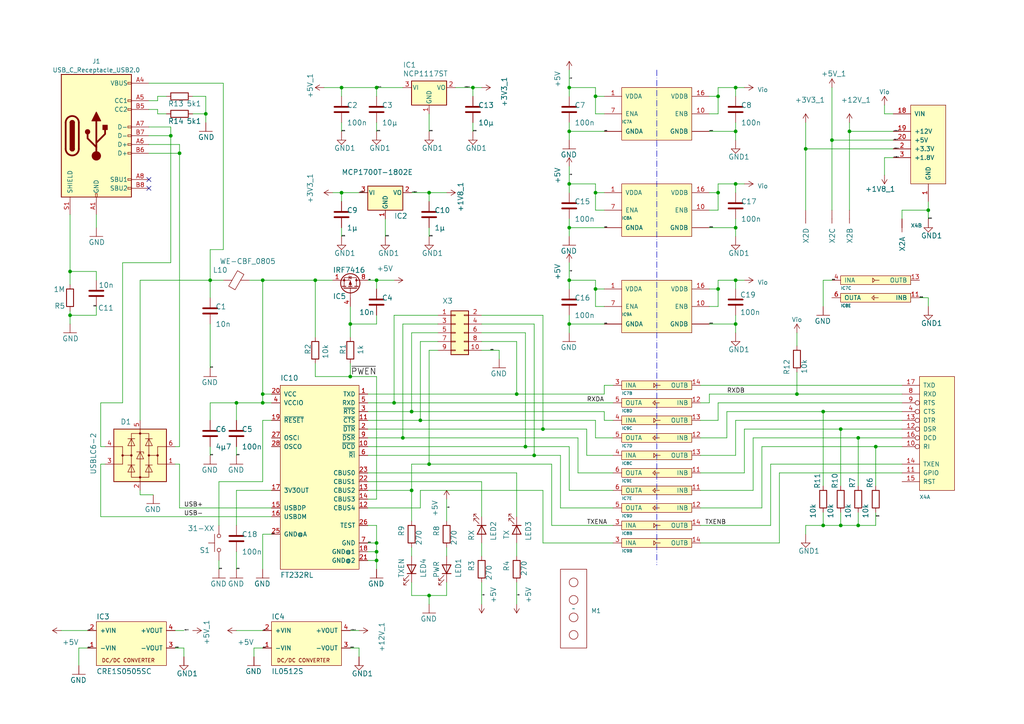
<source format=kicad_sch>
(kicad_sch (version 20231120) (generator "eeschema") (generator_version "8.0")
  (paper "A4")
  (title_block (title "AllSerial FTDI Master") (date "2021-04-11") (rev "1.4") (company "Seegel Systeme"))
  (lib_symbols
    (symbol "AllSerial:+12V_1" (power) (pin_names (offset 0))
      (property "Value" "+12V_1" (at 0 3.556 0))
      (symbol "+12V_1_1_1"
        (pin power_in line (at 0 0 90) (length 0) hide (name "+12V_1") (number "1"))
      )
    )
    (symbol "AllSerial:+1V8_1" (power) (pin_names (offset 0))
      (property "Value" "+1V8_1" (at 0 3.556 0))
      (symbol "+1V8_1_1_1"
        (pin power_in line (at 0 0 90) (length 0) hide (name "+1V8_1") (number "1"))
      )
    )
    (symbol "AllSerial:+3V3_1" (power) (pin_names (offset 0))
      (property "Value" "+3V3_1" (at 0 3.556 0))
      (symbol "+3V3_1_1_1"
        (pin power_in line (at 0 0 90) (length 0) hide (name "+3V3_1") (number "1"))
      )
    )
    (symbol "AllSerial:+5V_1" (power) (pin_names (offset 0))
      (property "Value" "+5V_1" (at 0 3.556 0))
      (symbol "+5V_1_1_1"
        (pin power_in line (at 0 0 90) (length 0) hide (name "+5V_1") (number "1"))
      )
    )
    (symbol "AllSerial:AllSerial_Connector" (pin_names (offset 1.016))
      (property "Reference" "X" (at -5.08 19.05 0))
      (symbol "AllSerial_Connector_1_0"
        (pin input inverted (at 10.16 -2.54 180) (length 5.08) (name "RI") (number "10"))
        (pin bidirectional line (at 10.16 -10.16 180) (length 5.08) (name "GPIO") (number "11"))
        (pin input inverted (at 10.16 2.54 180) (length 5.08) (name "DSR") (number "12"))
        (pin output inverted (at 10.16 5.08 180) (length 5.08) (name "DTR") (number "13"))
        (pin output line (at 10.16 -7.62 180) (length 5.08) (name "TXEN") (number "14"))
        (pin bidirectional line (at 10.16 -12.7 180) (length 5.08) (name "RST") (number "15"))
        (pin input inverted (at 10.16 0 180) (length 5.08) (name "DCD") (number "16"))
        (pin output line (at 10.16 15.24 180) (length 5.08) (name "TXD") (number "17"))
        (pin input inverted (at 10.16 7.62 180) (length 5.08) (name "CTS") (number "4"))
        (pin input line (at 10.16 12.7 180) (length 5.08) (name "RXD") (number "8"))
        (pin output inverted (at 10.16 10.16 180) (length 5.08) (name "RTS") (number "9"))
      )
      (symbol "AllSerial_Connector_2_0"
        (pin bidirectional line (at 0 -10.16 90) (length 5.08) (name "GND") (number "1"))
        (pin bidirectional line (at 10.16 15.24 180) (length 5.08) (name "VIN") (number "18"))
        (pin bidirectional line (at 10.16 10.16 180) (length 5.08) (name "+12V") (number "19"))
        (pin bidirectional line (at 10.16 5.08 180) (length 5.08) (name "+3.3V") (number "2"))
        (pin bidirectional line (at 10.16 7.62 180) (length 5.08) (name "+5V") (number "20"))
        (pin bidirectional line (at 10.16 2.54 180) (length 5.08) (name "+1.8V") (number "3"))
      )
      (symbol "AllSerial_Connector_3_0"
        (pin bidirectional line (at 10.16 10.16 180) (length 5.08) (name "D-") (number "5"))
        (pin bidirectional line (at 10.16 12.7 180) (length 5.08) (name "D+") (number "6"))
        (pin bidirectional line (at 10.16 15.24 180) (length 5.08) (name "VUSB") (number "7"))
      )
    )
    (symbol "AllSerial:DCDC_Converter" (pin_names (offset 1.016))
      (property "Reference" "IC" (at -10.16 5.715 0))
      (property "Value" "CRE1S?SC" (at -10.16 -10.16 0))
      (symbol "DCDC_Converter_1_0"
        (text "DC/DC CONVERTER" (at -8.636 -6.731 0) (effects (font (size 1.0668 1.0668)) (justify left bottom)))
        (pin passive line (at -12.7 -2.54 0) (length 2.54) (name "-VIN") (number "1"))
        (pin passive line (at -12.7 2.54 0) (length 2.54) (name "+VIN") (number "2"))
        (pin passive line (at 12.7 -2.54 180) (length 2.54) (name "-VOUT") (number "3"))
        (pin passive line (at 12.7 2.54 180) (length 2.54) (name "+VOUT") (number "4"))
      )
    )
    (symbol "AllSerial:FT232RL" (pin_names (offset 1.016))
      (property "Reference" "IC" (at -10.16 26.67 0))
      (property "Value" "FT232RL" (at -10.16 -30.48 0))
      (symbol "FT232RL_1_0"
        (pin output line (at 15.24 22.86 180) (length 2.54) (name "TXD") (number "1"))
        (pin input line (at 15.24 7.62 180) (length 2.54) (name "~{DCD}") (number "10"))
        (pin input line (at 15.24 15.24 180) (length 2.54) (name "~{CTS}") (number "11"))
        (pin bidirectional line (at 15.24 -10.16 180) (length 2.54) (name "CBUS4") (number "12"))
        (pin bidirectional line (at 15.24 -5.08 180) (length 2.54) (name "CBUS2") (number "13"))
        (pin bidirectional line (at 15.24 -7.62 180) (length 2.54) (name "CBUS3") (number "14"))
        (pin bidirectional line (at -12.7 -10.16 0) (length 2.54) (name "USBDP") (number "15"))
        (pin bidirectional line (at -12.7 -12.7 0) (length 2.54) (name "USBDM") (number "16"))
        (pin output line (at -12.7 -5.08 0) (length 2.54) (name "3V3OUT") (number "17"))
        (pin power_in line (at 15.24 -22.86 180) (length 2.54) (name "GND@1") (number "18"))
        (pin input line (at -12.7 15.24 0) (length 2.54) (name "~{RESET}") (number "19"))
        (pin output line (at 15.24 12.7 180) (length 2.54) (name "~{DTR}") (number "2"))
        (pin power_in line (at -12.7 22.86 0) (length 2.54) (name "VCC") (number "20"))
        (pin power_in line (at 15.24 -25.4 180) (length 2.54) (name "GND@2") (number "21"))
        (pin bidirectional line (at 15.24 -2.54 180) (length 2.54) (name "CBUS1") (number "22"))
        (pin bidirectional line (at 15.24 0 180) (length 2.54) (name "CBUS0") (number "23"))
        (pin power_in line (at -12.7 -17.78 0) (length 2.54) (name "GND@A") (number "25"))
        (pin input line (at 15.24 -15.24 180) (length 2.54) (name "TEST") (number "26"))
        (pin input line (at -12.7 10.16 0) (length 2.54) (name "OSCI") (number "27"))
        (pin output line (at -12.7 7.62 0) (length 2.54) (name "OSCO") (number "28"))
        (pin output line (at 15.24 17.78 180) (length 2.54) (name "~{RTS}") (number "3"))
        (pin power_in line (at -12.7 20.32 0) (length 2.54) (name "VCCIO") (number "4"))
        (pin input line (at 15.24 20.32 180) (length 2.54) (name "RXD") (number "5"))
        (pin input line (at 15.24 5.08 180) (length 2.54) (name "~{RI}") (number "6"))
        (pin power_in line (at 15.24 -20.32 180) (length 2.54) (name "GND") (number "7"))
        (pin input line (at 15.24 10.16 180) (length 2.54) (name "~{DSR}") (number "9"))
      )
    )
    (symbol "AllSerial:IRF7416" (pin_names hide)
      (property "Reference" "Q" (at 5.08 1.905 0))
      (property "Value" "IRF7416" (at 5.08 0 0))
      (symbol "IRF7416_1_1"
        (pin passive line (at 2.54 -5.08 90) (length 2.54) (name "S") (number "1"))
        (pin passive line (at 2.54 -5.08 90) (length 2.54) hide (name "S") (number "2"))
        (pin passive line (at 2.54 -5.08 90) (length 2.54) hide (name "S") (number "3"))
        (pin passive line (at -5.08 0 0) (length 2.54) (name "G") (number "4"))
        (pin passive line (at 2.54 5.08 270) (length 2.54) hide (name "D") (number "5"))
        (pin passive line (at 2.54 5.08 270) (length 2.54) hide (name "D") (number "6"))
        (pin passive line (at 2.54 5.08 270) (length 2.54) hide (name "D") (number "7"))
        (pin passive line (at 2.54 5.08 270) (length 2.54) (name "D") (number "8"))
      )
    )
    (symbol "AllSerial:MAX14932" (pin_names (offset 1.016))
      (property "Reference" "IC" (at -10.16 -2.794 0))
      (symbol "MAX14932_1_0"
        (pin power_in line (at -15.24 5.08 0) (length 5.08) (name "VDDA") (number "1"))
        (pin input line (at 15.24 0 180) (length 5.08) (name "ENB") (number "10"))
        (pin power_in line (at 15.24 -5.08 180) (length 5.08) (name "GNDB") (number "15"))
        (pin power_in line (at 15.24 5.08 180) (length 5.08) (name "VDDB") (number "16"))
        (pin power_in line (at -15.24 -5.08 0) (length 5.08) (name "GNDA") (number "2"))
        (pin input line (at -15.24 0 0) (length 5.08) (name "ENA") (number "7"))
        (pin power_in line (at -15.24 -5.08 0) (length 5.08) (name "GNDA") (number "8"))
        (pin power_in line (at 15.24 -5.08 180) (length 5.08) (name "GNDB") (number "9"))
      )
      (symbol "MAX14932_2_0"
        (pin output line (at 12.7 0 180) (length 2.54) (name "OUTB") (number "14"))
        (pin input line (at -12.7 0 0) (length 2.54) (name "INA") (number "3"))
      )
      (symbol "MAX14932_3_0"
        (pin output line (at 12.7 0 180) (length 2.54) (name "OUTB") (number "13"))
        (pin input line (at -12.7 0 0) (length 2.54) (name "INA") (number "4"))
      )
      (symbol "MAX14932_4_0"
        (pin input line (at 12.7 0 180) (length 2.54) (name "INB") (number "12"))
        (pin output line (at -12.7 0 0) (length 2.54) (name "OUTA") (number "5"))
      )
      (symbol "MAX14932_5_0"
        (pin input line (at 12.7 0 180) (length 2.54) (name "INB") (number "11"))
        (pin output line (at -12.7 0 0) (length 2.54) (name "OUTA") (number "6"))
      )
    )
    (symbol "AllSerial:Mentor_1296.1004"
      (property "Reference" "M" (at 0 26.67 0))
    )
    (symbol "AllSerial:Vio" (power) (pin_names (offset 0))
      (property "Value" "Vio" (at 0 3.556 0))
      (symbol "Vio_1_1"
        (pin power_in line (at 0 0 90) (length 0) hide (name "Vio") (number "1"))
      )
    )
    (symbol "Connector:USB_C_Receptacle_USB2.0" (pin_names (offset 1.016))
      (property "Reference" "J" (at -10.16 19.05 0))
      (property "Value" "USB_C_Receptacle_USB2.0" (at 19.05 19.05 0))
      (symbol "USB_C_Receptacle_USB2.0_1_1"
        (pin passive line (at 0 -22.86 90) (length 5.08) (name "GND") (number "A1"))
        (pin passive line (at 0 -22.86 90) (length 5.08) hide (name "GND") (number "A12"))
        (pin passive line (at 15.24 15.24 180) (length 5.08) (name "VBUS") (number "A4"))
        (pin bidirectional line (at 15.24 10.16 180) (length 5.08) (name "CC1") (number "A5"))
        (pin bidirectional line (at 15.24 -2.54 180) (length 5.08) (name "D+") (number "A6"))
        (pin bidirectional line (at 15.24 2.54 180) (length 5.08) (name "D-") (number "A7"))
        (pin bidirectional line (at 15.24 -12.7 180) (length 5.08) (name "SBU1") (number "A8"))
        (pin passive line (at 15.24 15.24 180) (length 5.08) hide (name "VBUS") (number "A9"))
        (pin passive line (at 0 -22.86 90) (length 5.08) hide (name "GND") (number "B1"))
        (pin passive line (at 0 -22.86 90) (length 5.08) hide (name "GND") (number "B12"))
        (pin passive line (at 15.24 15.24 180) (length 5.08) hide (name "VBUS") (number "B4"))
        (pin bidirectional line (at 15.24 7.62 180) (length 5.08) (name "CC2") (number "B5"))
        (pin bidirectional line (at 15.24 -5.08 180) (length 5.08) (name "D+") (number "B6"))
        (pin bidirectional line (at 15.24 0 180) (length 5.08) (name "D-") (number "B7"))
        (pin bidirectional line (at 15.24 -15.24 180) (length 5.08) (name "SBU2") (number "B8"))
        (pin passive line (at 15.24 15.24 180) (length 5.08) hide (name "VBUS") (number "B9"))
        (pin passive line (at -7.62 -22.86 90) (length 5.08) (name "SHIELD") (number "S1"))
      )
    )
    (symbol "Connector_Generic:Conn_02x05_Odd_Even" (pin_names (offset 1.016) hide)
      (property "Reference" "J" (at 1.27 7.62 0))
      (property "Value" "Conn_02x05_Odd_Even" (at 1.27 -7.62 0))
      (symbol "Conn_02x05_Odd_Even_1_1"
        (pin passive line (at -5.08 5.08 0) (length 3.81) (name "Pin_1") (number "1"))
        (pin passive line (at 7.62 -5.08 180) (length 3.81) (name "Pin_10") (number "10"))
        (pin passive line (at 7.62 5.08 180) (length 3.81) (name "Pin_2") (number "2"))
        (pin passive line (at -5.08 2.54 0) (length 3.81) (name "Pin_3") (number "3"))
        (pin passive line (at 7.62 2.54 180) (length 3.81) (name "Pin_4") (number "4"))
        (pin passive line (at -5.08 0 0) (length 3.81) (name "Pin_5") (number "5"))
        (pin passive line (at 7.62 0 180) (length 3.81) (name "Pin_6") (number "6"))
        (pin passive line (at -5.08 -2.54 0) (length 3.81) (name "Pin_7") (number "7"))
        (pin passive line (at 7.62 -2.54 180) (length 3.81) (name "Pin_8") (number "8"))
        (pin passive line (at -5.08 -5.08 0) (length 3.81) (name "Pin_9") (number "9"))
      )
    )
    (symbol "DCDC_Converter_1" (pin_names (offset 1.016))
      (property "Reference" "IC" (at -10.16 5.715 0))
      (property "Value" "CRE1S?SC" (at -10.16 -10.16 0))
      (symbol "DCDC_Converter_1_1_0"
        (text "DC/DC CONVERTER" (at -8.636 -6.731 0) (effects (font (size 1.0668 1.0668)) (justify left bottom)))
        (pin passive line (at -12.7 -2.54 0) (length 2.54) (name "-VIN") (number "1"))
        (pin passive line (at -12.7 2.54 0) (length 2.54) (name "+VIN") (number "2"))
        (pin passive line (at 12.7 -2.54 180) (length 2.54) (name "-VOUT") (number "3"))
        (pin passive line (at 12.7 2.54 180) (length 2.54) (name "+VOUT") (number "4"))
      )
    )
    (symbol "Device:C" (pin_numbers hide) (pin_names (offset 0.254))
      (property "Reference" "C" (at 0.635 2.54 0))
      (property "Value" "C" (at 0.635 -2.54 0))
      (symbol "C_1_1"
        (pin passive line (at 0 3.81 270) (length 2.794) (name "~") (number "1"))
        (pin passive line (at 0 -3.81 90) (length 2.794) (name "~") (number "2"))
      )
    )
    (symbol "Device:FerriteBead" (pin_numbers hide) (pin_names (offset 0))
      (property "Reference" "FB" (at -3.81 0.635 90))
      (property "Value" "FerriteBead" (at 3.81 0 90))
      (symbol "FerriteBead_1_1"
        (pin passive line (at 0 3.81 270) (length 2.54) (name "~") (number "1"))
        (pin passive line (at 0 -3.81 90) (length 2.54) (name "~") (number "2"))
      )
    )
    (symbol "Device:LED" (pin_numbers hide) (pin_names (offset 1.016) hide)
      (property "Reference" "D" (at 0 2.54 0))
      (property "Value" "LED" (at 0 -2.54 0))
      (symbol "LED_1_1"
        (pin passive line (at -3.81 0 0) (length 2.54) (name "K") (number "1"))
        (pin passive line (at 3.81 0 180) (length 2.54) (name "A") (number "2"))
      )
    )
    (symbol "Device:R" (pin_numbers hide) (pin_names (offset 0))
      (property "Reference" "R" (at 2.032 0 90))
      (property "Value" "R" (at 0 0 90))
      (symbol "R_1_1"
        (pin passive line (at 0 3.81 270) (length 1.27) (name "~") (number "1"))
        (pin passive line (at 0 -3.81 90) (length 1.27) (name "~") (number "2"))
      )
    )
    (symbol "FTDI_master-eagle-import:AKL18X-04W" (pin_names (offset 1.016))
      (property "Reference" "X" (at 2.54 -0.762 0))
      (symbol "AKL18X-04W_1_0"
        (pin passive line (at -2.54 0 0) (length 2.54) (name "S") (number "P$1"))
      )
      (symbol "AKL18X-04W_2_0"
        (pin passive line (at -2.54 0 0) (length 2.54) (name "S") (number "P$2"))
      )
      (symbol "AKL18X-04W_3_0"
        (pin passive line (at -2.54 0 0) (length 2.54) (name "S") (number "P$3"))
      )
      (symbol "AKL18X-04W_4_0"
        (pin passive line (at -2.54 0 0) (length 2.54) (name "S") (number "P$4"))
      )
    )
    (symbol "FTDI_master-eagle-import:GND" (power) (pin_names (offset 1.016))
      (property "Value" "GND" (at -2.54 -2.54 0))
      (symbol "GND_1_0"
        (pin power_in line (at 0 2.54 270) (length 2.54) (name "GND") (number "1"))
      )
    )
    (symbol "FTDI_master-eagle-import:GND1" (power) (pin_names (offset 1.016))
      (property "Value" "GND1" (at -2.159 -3.175 0))
      (symbol "GND1_1_0"
        (pin power_in line (at 0 2.54 270) (length 2.54) (name "GND1") (number "1"))
      )
    )
    (symbol "MAX14932_1" (pin_names (offset 1.016))
      (property "Reference" "IC" (at -10.16 -10.16 0))
      (symbol "MAX14932_1_1_0"
        (pin power_in line (at -15.24 5.08 0) (length 5.08) (name "VDDA") (number "1"))
        (pin input line (at 15.24 0 180) (length 5.08) (name "ENB") (number "10"))
        (pin power_in line (at 15.24 -5.08 180) (length 5.08) (name "GNDB") (number "15"))
        (pin power_in line (at 15.24 5.08 180) (length 5.08) (name "VDDB") (number "16"))
        (pin power_in line (at -15.24 -5.08 0) (length 5.08) (name "GNDA") (number "2"))
        (pin input line (at -15.24 0 0) (length 5.08) (name "ENA") (number "7"))
        (pin power_in line (at -15.24 -5.08 0) (length 5.08) (name "GNDA") (number "8"))
        (pin power_in line (at 15.24 -5.08 180) (length 5.08) (name "GNDB") (number "9"))
      )
      (symbol "MAX14932_1_2_0"
        (pin output line (at 12.7 0 180) (length 2.54) (name "OUTB") (number "14"))
        (pin input line (at -12.7 0 0) (length 2.54) (name "INA") (number "3"))
      )
      (symbol "MAX14932_1_3_0"
        (pin output line (at 12.7 0 180) (length 2.54) (name "OUTB") (number "13"))
        (pin input line (at -12.7 0 0) (length 2.54) (name "INA") (number "4"))
      )
      (symbol "MAX14932_1_4_0"
        (pin input line (at 12.7 0 180) (length 2.54) (name "INB") (number "12"))
        (pin output line (at -12.7 0 0) (length 2.54) (name "OUTA") (number "5"))
      )
      (symbol "MAX14932_1_5_0"
        (pin input line (at 12.7 0 180) (length 2.54) (name "INB") (number "11"))
        (pin output line (at -12.7 0 0) (length 2.54) (name "OUTA") (number "6"))
      )
    )
    (symbol "MAX14932_10" (pin_names (offset 1.016))
      (property "Reference" "IC" (at -10.16 -10.16 0))
      (symbol "MAX14932_10_1_0"
        (pin power_in line (at -15.24 5.08 0) (length 5.08) (name "VDDA") (number "1"))
        (pin input line (at 15.24 0 180) (length 5.08) (name "ENB") (number "10"))
        (pin power_in line (at 15.24 -5.08 180) (length 5.08) (name "GNDB") (number "15"))
        (pin power_in line (at 15.24 5.08 180) (length 5.08) (name "VDDB") (number "16"))
        (pin power_in line (at -15.24 -5.08 0) (length 5.08) (name "GNDA") (number "2"))
        (pin input line (at -15.24 0 0) (length 5.08) (name "ENA") (number "7"))
        (pin power_in line (at -15.24 -5.08 0) (length 5.08) (name "GNDA") (number "8"))
        (pin power_in line (at 15.24 -5.08 180) (length 5.08) (name "GNDB") (number "9"))
      )
      (symbol "MAX14932_10_2_0"
        (pin output line (at 12.7 0 180) (length 2.54) (name "OUTB") (number "14"))
        (pin input line (at -12.7 0 0) (length 2.54) (name "INA") (number "3"))
      )
      (symbol "MAX14932_10_3_0"
        (pin output line (at 12.7 0 180) (length 2.54) (name "OUTB") (number "13"))
        (pin input line (at -12.7 0 0) (length 2.54) (name "INA") (number "4"))
      )
      (symbol "MAX14932_10_4_0"
        (pin input line (at 12.7 0 180) (length 2.54) (name "INB") (number "12"))
        (pin output line (at -12.7 0 0) (length 2.54) (name "OUTA") (number "5"))
      )
      (symbol "MAX14932_10_5_0"
        (pin input line (at 12.7 0 180) (length 2.54) (name "INB") (number "11"))
        (pin output line (at -12.7 0 0) (length 2.54) (name "OUTA") (number "6"))
      )
    )
    (symbol "MAX14932_11" (pin_names (offset 1.016))
      (property "Reference" "IC" (at -10.16 -10.16 0))
      (symbol "MAX14932_11_1_0"
        (pin power_in line (at -15.24 5.08 0) (length 5.08) (name "VDDA") (number "1"))
        (pin input line (at 15.24 0 180) (length 5.08) (name "ENB") (number "10"))
        (pin power_in line (at 15.24 -5.08 180) (length 5.08) (name "GNDB") (number "15"))
        (pin power_in line (at 15.24 5.08 180) (length 5.08) (name "VDDB") (number "16"))
        (pin power_in line (at -15.24 -5.08 0) (length 5.08) (name "GNDA") (number "2"))
        (pin input line (at -15.24 0 0) (length 5.08) (name "ENA") (number "7"))
        (pin power_in line (at -15.24 -5.08 0) (length 5.08) (name "GNDA") (number "8"))
        (pin power_in line (at 15.24 -5.08 180) (length 5.08) (name "GNDB") (number "9"))
      )
      (symbol "MAX14932_11_2_0"
        (pin output line (at 12.7 0 180) (length 2.54) (name "OUTB") (number "14"))
        (pin input line (at -12.7 0 0) (length 2.54) (name "INA") (number "3"))
      )
      (symbol "MAX14932_11_3_0"
        (pin output line (at 12.7 0 180) (length 2.54) (name "OUTB") (number "13"))
        (pin input line (at -12.7 0 0) (length 2.54) (name "INA") (number "4"))
      )
      (symbol "MAX14932_11_4_0"
        (pin input line (at 12.7 0 180) (length 2.54) (name "INB") (number "12"))
        (pin output line (at -12.7 0 0) (length 2.54) (name "OUTA") (number "5"))
      )
      (symbol "MAX14932_11_5_0"
        (pin input line (at 12.7 0 180) (length 2.54) (name "INB") (number "11"))
        (pin output line (at -12.7 0 0) (length 2.54) (name "OUTA") (number "6"))
      )
    )
    (symbol "MAX14932_12" (pin_names (offset 1.016))
      (property "Reference" "IC" (at -10.16 -10.16 0))
      (symbol "MAX14932_12_1_0"
        (pin power_in line (at -15.24 5.08 0) (length 5.08) (name "VDDA") (number "1"))
        (pin input line (at 15.24 0 180) (length 5.08) (name "ENB") (number "10"))
        (pin power_in line (at 15.24 -5.08 180) (length 5.08) (name "GNDB") (number "15"))
        (pin power_in line (at 15.24 5.08 180) (length 5.08) (name "VDDB") (number "16"))
        (pin power_in line (at -15.24 -5.08 0) (length 5.08) (name "GNDA") (number "2"))
        (pin input line (at -15.24 0 0) (length 5.08) (name "ENA") (number "7"))
        (pin power_in line (at -15.24 -5.08 0) (length 5.08) (name "GNDA") (number "8"))
        (pin power_in line (at 15.24 -5.08 180) (length 5.08) (name "GNDB") (number "9"))
      )
      (symbol "MAX14932_12_2_0"
        (pin output line (at 12.7 0 180) (length 2.54) (name "OUTB") (number "14"))
        (pin input line (at -12.7 0 0) (length 2.54) (name "INA") (number "3"))
      )
      (symbol "MAX14932_12_3_0"
        (pin output line (at 12.7 0 180) (length 2.54) (name "OUTB") (number "13"))
        (pin input line (at -12.7 0 0) (length 2.54) (name "INA") (number "4"))
      )
      (symbol "MAX14932_12_4_0"
        (pin input line (at 12.7 0 180) (length 2.54) (name "INB") (number "12"))
        (pin output line (at -12.7 0 0) (length 2.54) (name "OUTA") (number "5"))
      )
      (symbol "MAX14932_12_5_0"
        (pin input line (at 12.7 0 180) (length 2.54) (name "INB") (number "11"))
        (pin output line (at -12.7 0 0) (length 2.54) (name "OUTA") (number "6"))
      )
    )
    (symbol "MAX14932_13" (pin_names (offset 1.016))
      (property "Reference" "IC" (at -10.16 -10.16 0))
      (symbol "MAX14932_13_1_0"
        (pin power_in line (at -15.24 5.08 0) (length 5.08) (name "VDDA") (number "1"))
        (pin input line (at 15.24 0 180) (length 5.08) (name "ENB") (number "10"))
        (pin power_in line (at 15.24 -5.08 180) (length 5.08) (name "GNDB") (number "15"))
        (pin power_in line (at 15.24 5.08 180) (length 5.08) (name "VDDB") (number "16"))
        (pin power_in line (at -15.24 -5.08 0) (length 5.08) (name "GNDA") (number "2"))
        (pin input line (at -15.24 0 0) (length 5.08) (name "ENA") (number "7"))
        (pin power_in line (at -15.24 -5.08 0) (length 5.08) (name "GNDA") (number "8"))
        (pin power_in line (at 15.24 -5.08 180) (length 5.08) (name "GNDB") (number "9"))
      )
      (symbol "MAX14932_13_2_0"
        (pin output line (at 12.7 0 180) (length 2.54) (name "OUTB") (number "14"))
        (pin input line (at -12.7 0 0) (length 2.54) (name "INA") (number "3"))
      )
      (symbol "MAX14932_13_3_0"
        (pin output line (at 12.7 0 180) (length 2.54) (name "OUTB") (number "13"))
        (pin input line (at -12.7 0 0) (length 2.54) (name "INA") (number "4"))
      )
      (symbol "MAX14932_13_4_0"
        (pin input line (at 12.7 0 180) (length 2.54) (name "INB") (number "12"))
        (pin output line (at -12.7 0 0) (length 2.54) (name "OUTA") (number "5"))
      )
      (symbol "MAX14932_13_5_0"
        (pin input line (at 12.7 0 180) (length 2.54) (name "INB") (number "11"))
        (pin output line (at -12.7 0 0) (length 2.54) (name "OUTA") (number "6"))
      )
    )
    (symbol "MAX14932_14" (pin_names (offset 1.016))
      (property "Reference" "IC" (at -10.16 -10.16 0))
      (symbol "MAX14932_14_1_0"
        (pin power_in line (at -15.24 5.08 0) (length 5.08) (name "VDDA") (number "1"))
        (pin input line (at 15.24 0 180) (length 5.08) (name "ENB") (number "10"))
        (pin power_in line (at 15.24 -5.08 180) (length 5.08) (name "GNDB") (number "15"))
        (pin power_in line (at 15.24 5.08 180) (length 5.08) (name "VDDB") (number "16"))
        (pin power_in line (at -15.24 -5.08 0) (length 5.08) (name "GNDA") (number "2"))
        (pin input line (at -15.24 0 0) (length 5.08) (name "ENA") (number "7"))
        (pin power_in line (at -15.24 -5.08 0) (length 5.08) (name "GNDA") (number "8"))
        (pin power_in line (at 15.24 -5.08 180) (length 5.08) (name "GNDB") (number "9"))
      )
      (symbol "MAX14932_14_2_0"
        (pin output line (at 12.7 0 180) (length 2.54) (name "OUTB") (number "14"))
        (pin input line (at -12.7 0 0) (length 2.54) (name "INA") (number "3"))
      )
      (symbol "MAX14932_14_3_0"
        (pin output line (at 12.7 0 180) (length 2.54) (name "OUTB") (number "13"))
        (pin input line (at -12.7 0 0) (length 2.54) (name "INA") (number "4"))
      )
      (symbol "MAX14932_14_4_0"
        (pin input line (at 12.7 0 180) (length 2.54) (name "INB") (number "12"))
        (pin output line (at -12.7 0 0) (length 2.54) (name "OUTA") (number "5"))
      )
      (symbol "MAX14932_14_5_0"
        (pin input line (at 12.7 0 180) (length 2.54) (name "INB") (number "11"))
        (pin output line (at -12.7 0 0) (length 2.54) (name "OUTA") (number "6"))
      )
    )
    (symbol "MAX14932_2" (pin_names (offset 1.016))
      (property "Reference" "IC" (at -10.16 -10.16 0))
      (symbol "MAX14932_2_1_0"
        (pin power_in line (at -15.24 5.08 0) (length 5.08) (name "VDDA") (number "1"))
        (pin input line (at 15.24 0 180) (length 5.08) (name "ENB") (number "10"))
        (pin power_in line (at 15.24 -5.08 180) (length 5.08) (name "GNDB") (number "15"))
        (pin power_in line (at 15.24 5.08 180) (length 5.08) (name "VDDB") (number "16"))
        (pin power_in line (at -15.24 -5.08 0) (length 5.08) (name "GNDA") (number "2"))
        (pin input line (at -15.24 0 0) (length 5.08) (name "ENA") (number "7"))
        (pin power_in line (at -15.24 -5.08 0) (length 5.08) (name "GNDA") (number "8"))
        (pin power_in line (at 15.24 -5.08 180) (length 5.08) (name "GNDB") (number "9"))
      )
      (symbol "MAX14932_2_2_0"
        (pin output line (at 12.7 0 180) (length 2.54) (name "OUTB") (number "14"))
        (pin input line (at -12.7 0 0) (length 2.54) (name "INA") (number "3"))
      )
      (symbol "MAX14932_2_3_0"
        (pin output line (at 12.7 0 180) (length 2.54) (name "OUTB") (number "13"))
        (pin input line (at -12.7 0 0) (length 2.54) (name "INA") (number "4"))
      )
      (symbol "MAX14932_2_4_0"
        (pin input line (at 12.7 0 180) (length 2.54) (name "INB") (number "12"))
        (pin output line (at -12.7 0 0) (length 2.54) (name "OUTA") (number "5"))
      )
      (symbol "MAX14932_2_5_0"
        (pin input line (at 12.7 0 180) (length 2.54) (name "INB") (number "11"))
        (pin output line (at -12.7 0 0) (length 2.54) (name "OUTA") (number "6"))
      )
    )
    (symbol "MAX14932_3" (pin_names (offset 1.016))
      (property "Reference" "IC" (at -10.16 -10.16 0))
      (symbol "MAX14932_3_1_0"
        (pin power_in line (at -15.24 5.08 0) (length 5.08) (name "VDDA") (number "1"))
        (pin input line (at 15.24 0 180) (length 5.08) (name "ENB") (number "10"))
        (pin power_in line (at 15.24 -5.08 180) (length 5.08) (name "GNDB") (number "15"))
        (pin power_in line (at 15.24 5.08 180) (length 5.08) (name "VDDB") (number "16"))
        (pin power_in line (at -15.24 -5.08 0) (length 5.08) (name "GNDA") (number "2"))
        (pin input line (at -15.24 0 0) (length 5.08) (name "ENA") (number "7"))
        (pin power_in line (at -15.24 -5.08 0) (length 5.08) (name "GNDA") (number "8"))
        (pin power_in line (at 15.24 -5.08 180) (length 5.08) (name "GNDB") (number "9"))
      )
      (symbol "MAX14932_3_2_0"
        (pin output line (at 12.7 0 180) (length 2.54) (name "OUTB") (number "14"))
        (pin input line (at -12.7 0 0) (length 2.54) (name "INA") (number "3"))
      )
      (symbol "MAX14932_3_3_0"
        (pin output line (at 12.7 0 180) (length 2.54) (name "OUTB") (number "13"))
        (pin input line (at -12.7 0 0) (length 2.54) (name "INA") (number "4"))
      )
      (symbol "MAX14932_3_4_0"
        (pin input line (at 12.7 0 180) (length 2.54) (name "INB") (number "12"))
        (pin output line (at -12.7 0 0) (length 2.54) (name "OUTA") (number "5"))
      )
      (symbol "MAX14932_3_5_0"
        (pin input line (at 12.7 0 180) (length 2.54) (name "INB") (number "11"))
        (pin output line (at -12.7 0 0) (length 2.54) (name "OUTA") (number "6"))
      )
    )
    (symbol "MAX14932_4" (pin_names (offset 1.016))
      (property "Reference" "IC" (at -10.16 -10.16 0))
      (symbol "MAX14932_4_1_0"
        (pin power_in line (at -15.24 5.08 0) (length 5.08) (name "VDDA") (number "1"))
        (pin input line (at 15.24 0 180) (length 5.08) (name "ENB") (number "10"))
        (pin power_in line (at 15.24 -5.08 180) (length 5.08) (name "GNDB") (number "15"))
        (pin power_in line (at 15.24 5.08 180) (length 5.08) (name "VDDB") (number "16"))
        (pin power_in line (at -15.24 -5.08 0) (length 5.08) (name "GNDA") (number "2"))
        (pin input line (at -15.24 0 0) (length 5.08) (name "ENA") (number "7"))
        (pin power_in line (at -15.24 -5.08 0) (length 5.08) (name "GNDA") (number "8"))
        (pin power_in line (at 15.24 -5.08 180) (length 5.08) (name "GNDB") (number "9"))
      )
      (symbol "MAX14932_4_2_0"
        (pin output line (at 12.7 0 180) (length 2.54) (name "OUTB") (number "14"))
        (pin input line (at -12.7 0 0) (length 2.54) (name "INA") (number "3"))
      )
      (symbol "MAX14932_4_3_0"
        (pin output line (at 12.7 0 180) (length 2.54) (name "OUTB") (number "13"))
        (pin input line (at -12.7 0 0) (length 2.54) (name "INA") (number "4"))
      )
      (symbol "MAX14932_4_4_0"
        (pin input line (at 12.7 0 180) (length 2.54) (name "INB") (number "12"))
        (pin output line (at -12.7 0 0) (length 2.54) (name "OUTA") (number "5"))
      )
      (symbol "MAX14932_4_5_0"
        (pin input line (at 12.7 0 180) (length 2.54) (name "INB") (number "11"))
        (pin output line (at -12.7 0 0) (length 2.54) (name "OUTA") (number "6"))
      )
    )
    (symbol "MAX14932_5" (pin_names (offset 1.016))
      (property "Reference" "IC" (at -10.16 -10.16 0))
      (symbol "MAX14932_5_1_0"
        (pin power_in line (at -15.24 5.08 0) (length 5.08) (name "VDDA") (number "1"))
        (pin input line (at 15.24 0 180) (length 5.08) (name "ENB") (number "10"))
        (pin power_in line (at 15.24 -5.08 180) (length 5.08) (name "GNDB") (number "15"))
        (pin power_in line (at 15.24 5.08 180) (length 5.08) (name "VDDB") (number "16"))
        (pin power_in line (at -15.24 -5.08 0) (length 5.08) (name "GNDA") (number "2"))
        (pin input line (at -15.24 0 0) (length 5.08) (name "ENA") (number "7"))
        (pin power_in line (at -15.24 -5.08 0) (length 5.08) (name "GNDA") (number "8"))
        (pin power_in line (at 15.24 -5.08 180) (length 5.08) (name "GNDB") (number "9"))
      )
      (symbol "MAX14932_5_2_0"
        (pin output line (at 12.7 0 180) (length 2.54) (name "OUTB") (number "14"))
        (pin input line (at -12.7 0 0) (length 2.54) (name "INA") (number "3"))
      )
      (symbol "MAX14932_5_3_0"
        (pin output line (at 12.7 0 180) (length 2.54) (name "OUTB") (number "13"))
        (pin input line (at -12.7 0 0) (length 2.54) (name "INA") (number "4"))
      )
      (symbol "MAX14932_5_4_0"
        (pin input line (at 12.7 0 180) (length 2.54) (name "INB") (number "12"))
        (pin output line (at -12.7 0 0) (length 2.54) (name "OUTA") (number "5"))
      )
      (symbol "MAX14932_5_5_0"
        (pin input line (at 12.7 0 180) (length 2.54) (name "INB") (number "11"))
        (pin output line (at -12.7 0 0) (length 2.54) (name "OUTA") (number "6"))
      )
    )
    (symbol "MAX14932_6" (pin_names (offset 1.016))
      (property "Reference" "IC" (at -10.16 -10.16 0))
      (symbol "MAX14932_6_1_0"
        (pin power_in line (at -15.24 5.08 0) (length 5.08) (name "VDDA") (number "1"))
        (pin input line (at 15.24 0 180) (length 5.08) (name "ENB") (number "10"))
        (pin power_in line (at 15.24 -5.08 180) (length 5.08) (name "GNDB") (number "15"))
        (pin power_in line (at 15.24 5.08 180) (length 5.08) (name "VDDB") (number "16"))
        (pin power_in line (at -15.24 -5.08 0) (length 5.08) (name "GNDA") (number "2"))
        (pin input line (at -15.24 0 0) (length 5.08) (name "ENA") (number "7"))
        (pin power_in line (at -15.24 -5.08 0) (length 5.08) (name "GNDA") (number "8"))
        (pin power_in line (at 15.24 -5.08 180) (length 5.08) (name "GNDB") (number "9"))
      )
      (symbol "MAX14932_6_2_0"
        (pin output line (at 12.7 0 180) (length 2.54) (name "OUTB") (number "14"))
        (pin input line (at -12.7 0 0) (length 2.54) (name "INA") (number "3"))
      )
      (symbol "MAX14932_6_3_0"
        (pin output line (at 12.7 0 180) (length 2.54) (name "OUTB") (number "13"))
        (pin input line (at -12.7 0 0) (length 2.54) (name "INA") (number "4"))
      )
      (symbol "MAX14932_6_4_0"
        (pin input line (at 12.7 0 180) (length 2.54) (name "INB") (number "12"))
        (pin output line (at -12.7 0 0) (length 2.54) (name "OUTA") (number "5"))
      )
      (symbol "MAX14932_6_5_0"
        (pin input line (at 12.7 0 180) (length 2.54) (name "INB") (number "11"))
        (pin output line (at -12.7 0 0) (length 2.54) (name "OUTA") (number "6"))
      )
    )
    (symbol "MAX14932_7" (pin_names (offset 1.016))
      (property "Reference" "IC" (at -10.16 -10.16 0))
      (symbol "MAX14932_7_1_0"
        (pin power_in line (at -15.24 5.08 0) (length 5.08) (name "VDDA") (number "1"))
        (pin input line (at 15.24 0 180) (length 5.08) (name "ENB") (number "10"))
        (pin power_in line (at 15.24 -5.08 180) (length 5.08) (name "GNDB") (number "15"))
        (pin power_in line (at 15.24 5.08 180) (length 5.08) (name "VDDB") (number "16"))
        (pin power_in line (at -15.24 -5.08 0) (length 5.08) (name "GNDA") (number "2"))
        (pin input line (at -15.24 0 0) (length 5.08) (name "ENA") (number "7"))
        (pin power_in line (at -15.24 -5.08 0) (length 5.08) (name "GNDA") (number "8"))
        (pin power_in line (at 15.24 -5.08 180) (length 5.08) (name "GNDB") (number "9"))
      )
      (symbol "MAX14932_7_2_0"
        (pin output line (at 12.7 0 180) (length 2.54) (name "OUTB") (number "14"))
        (pin input line (at -12.7 0 0) (length 2.54) (name "INA") (number "3"))
      )
      (symbol "MAX14932_7_3_0"
        (pin output line (at 12.7 0 180) (length 2.54) (name "OUTB") (number "13"))
        (pin input line (at -12.7 0 0) (length 2.54) (name "INA") (number "4"))
      )
      (symbol "MAX14932_7_4_0"
        (pin input line (at 12.7 0 180) (length 2.54) (name "INB") (number "12"))
        (pin output line (at -12.7 0 0) (length 2.54) (name "OUTA") (number "5"))
      )
      (symbol "MAX14932_7_5_0"
        (pin input line (at 12.7 0 180) (length 2.54) (name "INB") (number "11"))
        (pin output line (at -12.7 0 0) (length 2.54) (name "OUTA") (number "6"))
      )
    )
    (symbol "MAX14932_8" (pin_names (offset 1.016))
      (property "Reference" "IC" (at -10.16 -10.16 0))
      (symbol "MAX14932_8_1_0"
        (pin power_in line (at -15.24 5.08 0) (length 5.08) (name "VDDA") (number "1"))
        (pin input line (at 15.24 0 180) (length 5.08) (name "ENB") (number "10"))
        (pin power_in line (at 15.24 -5.08 180) (length 5.08) (name "GNDB") (number "15"))
        (pin power_in line (at 15.24 5.08 180) (length 5.08) (name "VDDB") (number "16"))
        (pin power_in line (at -15.24 -5.08 0) (length 5.08) (name "GNDA") (number "2"))
        (pin input line (at -15.24 0 0) (length 5.08) (name "ENA") (number "7"))
        (pin power_in line (at -15.24 -5.08 0) (length 5.08) (name "GNDA") (number "8"))
        (pin power_in line (at 15.24 -5.08 180) (length 5.08) (name "GNDB") (number "9"))
      )
      (symbol "MAX14932_8_2_0"
        (pin output line (at 12.7 0 180) (length 2.54) (name "OUTB") (number "14"))
        (pin input line (at -12.7 0 0) (length 2.54) (name "INA") (number "3"))
      )
      (symbol "MAX14932_8_3_0"
        (pin output line (at 12.7 0 180) (length 2.54) (name "OUTB") (number "13"))
        (pin input line (at -12.7 0 0) (length 2.54) (name "INA") (number "4"))
      )
      (symbol "MAX14932_8_4_0"
        (pin input line (at 12.7 0 180) (length 2.54) (name "INB") (number "12"))
        (pin output line (at -12.7 0 0) (length 2.54) (name "OUTA") (number "5"))
      )
      (symbol "MAX14932_8_5_0"
        (pin input line (at 12.7 0 180) (length 2.54) (name "INB") (number "11"))
        (pin output line (at -12.7 0 0) (length 2.54) (name "OUTA") (number "6"))
      )
    )
    (symbol "MAX14932_9" (pin_names (offset 1.016))
      (property "Reference" "IC" (at -10.16 -10.16 0))
      (symbol "MAX14932_9_1_0"
        (pin power_in line (at -15.24 5.08 0) (length 5.08) (name "VDDA") (number "1"))
        (pin input line (at 15.24 0 180) (length 5.08) (name "ENB") (number "10"))
        (pin power_in line (at 15.24 -5.08 180) (length 5.08) (name "GNDB") (number "15"))
        (pin power_in line (at 15.24 5.08 180) (length 5.08) (name "VDDB") (number "16"))
        (pin power_in line (at -15.24 -5.08 0) (length 5.08) (name "GNDA") (number "2"))
        (pin input line (at -15.24 0 0) (length 5.08) (name "ENA") (number "7"))
        (pin power_in line (at -15.24 -5.08 0) (length 5.08) (name "GNDA") (number "8"))
        (pin power_in line (at 15.24 -5.08 180) (length 5.08) (name "GNDB") (number "9"))
      )
      (symbol "MAX14932_9_2_0"
        (pin output line (at 12.7 0 180) (length 2.54) (name "OUTB") (number "14"))
        (pin input line (at -12.7 0 0) (length 2.54) (name "INA") (number "3"))
      )
      (symbol "MAX14932_9_3_0"
        (pin output line (at 12.7 0 180) (length 2.54) (name "OUTB") (number "13"))
        (pin input line (at -12.7 0 0) (length 2.54) (name "INA") (number "4"))
      )
      (symbol "MAX14932_9_4_0"
        (pin input line (at 12.7 0 180) (length 2.54) (name "INB") (number "12"))
        (pin output line (at -12.7 0 0) (length 2.54) (name "OUTA") (number "5"))
      )
      (symbol "MAX14932_9_5_0"
        (pin input line (at 12.7 0 180) (length 2.54) (name "INB") (number "11"))
        (pin output line (at -12.7 0 0) (length 2.54) (name "OUTA") (number "6"))
      )
    )
    (symbol "Power_Protection:USBLC6-2SC6" (pin_names hide)
      (property "Reference" "U" (at 2.54 8.89 0))
      (property "Value" "USBLC6-2SC6" (at 2.54 -8.89 0))
      (symbol "USBLC6-2SC6_1_1"
        (pin passive line (at -10.16 -2.54 0) (length 2.54) (name "I/O1") (number "1"))
        (pin passive line (at 0 -10.16 90) (length 2.54) (name "GND") (number "2"))
        (pin passive line (at 10.16 -2.54 180) (length 2.54) (name "I/O2") (number "3"))
        (pin passive line (at 10.16 2.54 180) (length 2.54) (name "I/O2") (number "4"))
        (pin passive line (at 0 10.16 270) (length 2.54) (name "VBUS") (number "5"))
        (pin passive line (at -10.16 2.54 0) (length 2.54) (name "I/O1") (number "6"))
      )
    )
    (symbol "Regulator_Linear:MCP1700-1802E_SOT23" (pin_names (offset 0.254))
      (property "Reference" "U" (at -3.81 3.175 0))
      (property "Value" "MCP1700-1802E_SOT23" (at 0 3.175 0))
      (symbol "MCP1700-1802E_SOT23_1_1"
        (pin power_in line (at 0 -7.62 90) (length 2.54) (name "GND") (number "1"))
        (pin power_out line (at 7.62 0 180) (length 2.54) (name "VO") (number "2"))
        (pin power_in line (at -7.62 0 0) (length 2.54) (name "VI") (number "3"))
      )
    )
    (symbol "Regulator_Linear:NCP1117-3.3_SOT223" (pin_names (offset 0.254))
      (property "Reference" "U" (at -3.81 3.175 0))
      (property "Value" "NCP1117-3.3_SOT223" (at 0 3.175 0))
      (symbol "NCP1117-3.3_SOT223_1_1"
        (pin power_in line (at 0 -7.62 90) (length 2.54) (name "GND") (number "1"))
        (pin power_out line (at 7.62 0 180) (length 2.54) (name "VO") (number "2"))
        (pin power_in line (at -7.62 0 0) (length 2.54) (name "VI") (number "3"))
      )
    )
    (symbol "Switch:SW_Push" (pin_numbers hide) (pin_names (offset 1.016) hide)
      (property "Reference" "SW" (at 1.27 2.54 0))
      (property "Value" "SW_Push" (at 0 -1.524 0))
      (symbol "SW_Push_0_1"
        (pin passive line (at -5.08 0 0) (length 2.54) (name "1") (number "1"))
        (pin passive line (at 5.08 0 180) (length 2.54) (name "2") (number "2"))
      )
    )
    (symbol "power:+5V" (power) (pin_names (offset 0))
      (property "Value" "+5V" (at 0 3.556 0))
      (symbol "+5V_1_1"
        (pin power_in line (at 0 0 90) (length 0) hide (name "+5V") (number "1"))
      )
    )
  )
  (junction (at 109.22 162.56))
  (junction (at 213.36 38.1))
  (junction (at 165.1 53.34))
  (junction (at 124.46 55.88))
  (junction (at 99.06 55.88))
  (junction (at 154.94 132.08))
  (junction (at 101.6 93.98))
  (junction (at 243.84 152.4))
  (junction (at 213.36 53.34))
  (junction (at 101.6 109.22))
  (junction (at 213.36 66.04))
  (junction (at 116.84 127))
  (junction (at 208.28 55.88))
  (junction (at 246.38 38.1))
  (junction (at 152.4 129.54))
  (junction (at 20.32 91.44))
  (junction (at 269.24 60.96))
  (junction (at 233.68 43.18))
  (junction (at 121.92 121.92))
  (junction (at 76.2 81.28))
  (junction (at 254 129.54))
  (junction (at 157.48 124.46))
  (junction (at 52.07 44.45))
  (junction (at 149.86 114.3))
  (junction (at 172.72 83.82))
  (junction (at 213.36 93.98))
  (junction (at 49.53 39.37))
  (junction (at 208.28 27.94))
  (junction (at 165.1 93.98))
  (junction (at 238.76 152.4))
  (junction (at 20.32 78.74))
  (junction (at 165.1 38.1))
  (junction (at 165.1 66.04))
  (junction (at 172.72 55.88))
  (junction (at 99.06 25.4))
  (junction (at 213.36 25.4))
  (junction (at 124.46 172.72))
  (junction (at 59.69 33.02))
  (junction (at 165.1 25.4))
  (junction (at 68.58 116.84))
  (junction (at 137.16 25.4))
  (junction (at 213.36 81.28))
  (junction (at 109.22 81.28))
  (junction (at 231.14 114.3))
  (junction (at 114.3 116.84))
  (junction (at 248.92 127))
  (junction (at 76.2 116.84))
  (junction (at 208.28 83.82))
  (junction (at 76.2 114.3))
  (junction (at 124.46 134.62))
  (junction (at 241.3 40.64))
  (junction (at 91.44 81.28))
  (junction (at 248.92 152.4))
  (junction (at 109.22 157.48))
  (junction (at 119.38 119.38))
  (junction (at 109.22 160.02))
  (junction (at 172.72 27.94))
  (junction (at 109.22 25.4))
  (junction (at 243.84 124.46))
  (junction (at 60.96 81.28))
  (junction (at 165.1 81.28))
  (junction (at 119.38 142.24))
  (junction (at 238.76 119.38))
  (no_connect (at 43.18 54.61))
  (no_connect (at 43.18 52.07))
  (wire (pts (xy 213.36 38.1) (xy 213.36 40.64)))
  (wire (pts (xy 76.2 81.28) (xy 91.44 81.28)))
  (wire (pts (xy 29.21 134.62) (xy 29.21 149.86)))
  (wire (pts (xy 106.68 162.56) (xy 109.22 162.56)))
  (wire (pts (xy 99.06 68.58) (xy 99.06 66.04)))
  (wire (pts (xy 109.22 157.48) (xy 109.22 160.02)))
  (wire (pts (xy 213.36 27.94) (xy 213.36 25.4)))
  (wire (pts (xy 132.08 25.4) (xy 137.16 25.4)))
  (wire (pts (xy 205.74 114.3) (xy 231.14 114.3)))
  (wire (pts (xy 27.94 88.9) (xy 27.94 91.44)))
  (wire (pts (xy 172.72 55.88) (xy 175.26 55.88)))
  (wire (pts (xy 106.68 121.92) (xy 121.92 121.92)))
  (wire (pts (xy 213.36 53.34) (xy 208.28 53.34)))
  (wire (pts (xy 261.62 137.16) (xy 226.06 137.16)))
  (wire (pts (xy 119.38 134.62) (xy 124.46 134.62)))
  (wire (pts (xy 116.84 127) (xy 167.64 127)))
  (wire (pts (xy 116.84 93.98) (xy 116.84 127)))
  (wire (pts (xy 29.21 149.86) (xy 78.74 149.86)))
  (wire (pts (xy 114.3 91.44) (xy 114.3 116.84)))
  (wire (pts (xy 165.1 93.98) (xy 165.1 96.52)))
  (wire (pts (xy 213.36 121.92) (xy 213.36 132.08)))
  (wire (pts (xy 162.56 132.08) (xy 162.56 147.32)))
  (wire (pts (xy 213.36 81.28) (xy 215.9 81.28)))
  (wire (pts (xy 154.94 132.08) (xy 162.56 132.08)))
  (wire (pts (xy 124.46 172.72) (xy 124.46 175.26)))
  (wire (pts (xy 213.36 53.34) (xy 215.9 53.34)))
  (wire (pts (xy 76.2 81.28) (xy 76.2 114.3)))
  (wire (pts (xy 119.38 96.52) (xy 127 96.52)))
  (wire (pts (xy 266.7 86.36) (xy 269.24 86.36)))
  (wire (pts (xy 165.1 66.04) (xy 165.1 63.5)))
  (wire (pts (xy 233.68 154.94) (xy 233.68 152.4)))
  (wire (pts (xy 213.36 25.4) (xy 215.9 25.4)))
  (wire (pts (xy 220.98 129.54) (xy 220.98 147.32)))
  (wire (pts (xy 78.74 116.84) (xy 76.2 116.84)))
  (wire (pts (xy 27.94 62.23) (xy 27.94 66.04)))
  (wire (pts (xy 208.28 53.34) (xy 208.28 55.88)))
  (wire (pts (xy 210.82 119.38) (xy 210.82 127)))
  (wire (pts (xy 139.7 99.06) (xy 149.86 99.06)))
  (wire (pts (xy 261.62 116.84) (xy 208.28 116.84)))
  (wire (pts (xy 43.18 41.91) (xy 52.07 41.91)))
  (wire (pts (xy 101.6 93.98) (xy 101.6 88.9)))
  (wire (pts (xy 60.96 81.28) (xy 40.64 81.28)))
  (wire (pts (xy 45.72 29.21) (xy 45.72 27.94)))
  (wire (pts (xy 154.94 93.98) (xy 154.94 132.08)))
  (wire (pts (xy 231.14 114.3) (xy 261.62 114.3)))
  (wire (pts (xy 170.18 132.08) (xy 177.8 132.08)))
  (wire (pts (xy 121.92 99.06) (xy 127 99.06)))
  (wire (pts (xy 165.1 48.26) (xy 165.1 53.34)))
  (wire (pts (xy 210.82 127) (xy 203.2 127)))
  (wire (pts (xy 254 129.54) (xy 220.98 129.54)))
  (wire (pts (xy 91.44 105.41) (xy 91.44 109.22)))
  (wire (pts (xy 152.4 96.52) (xy 152.4 129.54)))
  (wire (pts (xy 213.36 132.08) (xy 203.2 132.08)))
  (wire (pts (xy 167.64 137.16) (xy 177.8 137.16)))
  (wire (pts (xy 213.36 81.28) (xy 208.28 81.28)))
  (wire (pts (xy 213.36 83.82) (xy 213.36 81.28)))
  (wire (pts (xy 261.62 134.62) (xy 223.52 134.62)))
  (wire (pts (xy 101.6 109.22) (xy 109.22 109.22)))
  (wire (pts (xy 129.54 158.75) (xy 129.54 161.29)))
  (wire (pts (xy 139.7 139.7) (xy 139.7 149.86)))
  (wire (pts (xy 243.84 124.46) (xy 243.84 140.97)))
  (wire (pts (xy 124.46 134.62) (xy 160.02 134.62)))
  (wire (pts (xy 106.68 147.32) (xy 121.92 147.32)))
  (wire (pts (xy 149.86 99.06) (xy 149.86 114.3)))
  (wire (pts (xy 52.07 44.45) (xy 52.07 41.91)))
  (wire (pts (xy 205.74 60.96) (xy 208.28 60.96)))
  (wire (pts (xy 218.44 142.24) (xy 203.2 142.24)))
  (wire (pts (xy 104.14 55.88) (xy 99.06 55.88)))
  (wire (pts (xy 121.92 121.92) (xy 172.72 121.92)))
  (wire (pts (xy 43.18 29.21) (xy 45.72 29.21)))
  (wire (pts (xy 60.96 116.84) (xy 68.58 116.84)))
  (wire (pts (xy 208.28 83.82) (xy 205.74 83.82)))
  (wire (pts (xy 149.86 168.91) (xy 149.86 175.26)))
  (wire (pts (xy 215.9 124.46) (xy 215.9 137.16)))
  (wire (pts (xy 248.92 148.59) (xy 248.92 152.4)))
  (wire (pts (xy 233.68 43.18) (xy 233.68 35.56)))
  (wire (pts (xy 35.56 116.84) (xy 29.21 116.84)))
  (wire (pts (xy 254 129.54) (xy 254 140.97)))
  (wire (pts (xy 259.08 45.72) (xy 256.54 45.72)))
  (wire (pts (xy 213.36 38.1) (xy 213.36 35.56)))
  (wire (pts (xy 121.92 99.06) (xy 121.92 121.92)))
  (wire (pts (xy 213.36 93.98) (xy 213.36 91.44)))
  (wire (pts (xy 124.46 55.88) (xy 124.46 58.42)))
  (wire (pts (xy 269.24 60.96) (xy 269.24 58.42)))
  (wire (pts (xy 49.53 36.83) (xy 49.53 39.37)))
  (wire (pts (xy 76.2 187.96) (xy 73.66 187.96)))
  (wire (pts (xy 160.02 134.62) (xy 160.02 152.4)))
  (wire (pts (xy 106.68 157.48) (xy 109.22 157.48)))
  (wire (pts (xy 91.44 109.22) (xy 101.6 109.22)))
  (wire (pts (xy 243.84 152.4) (xy 238.76 152.4)))
  (wire (pts (xy 109.22 93.98) (xy 101.6 93.98)))
  (wire (pts (xy 35.56 116.84) (xy 35.56 76.2)))
  (wire (pts (xy 106.68 129.54) (xy 152.4 129.54)))
  (wire (pts (xy 172.72 88.9) (xy 172.72 83.82)))
  (wire (pts (xy 52.07 134.62) (xy 52.07 147.32)))
  (wire (pts (xy 101.6 105.41) (xy 101.6 109.22)))
  (wire (pts (xy 20.32 90.17) (xy 20.32 91.44)))
  (wire (pts (xy 167.64 127) (xy 167.64 137.16)))
  (wire (pts (xy 269.24 60.96) (xy 261.62 60.96)))
  (wire (pts (xy 119.38 168.91) (xy 119.38 172.72)))
  (wire (pts (xy 43.18 31.75) (xy 45.72 31.75)))
  (wire (pts (xy 220.98 147.32) (xy 203.2 147.32)))
  (wire (pts (xy 124.46 101.6) (xy 124.46 134.62)))
  (wire (pts (xy 261.62 111.76) (xy 203.2 111.76)))
  (wire (pts (xy 129.54 144.78) (xy 129.54 151.13)))
  (wire (pts (xy 157.48 142.24) (xy 157.48 157.48)))
  (wire (pts (xy 45.72 27.94) (xy 48.26 27.94)))
  (wire (pts (xy 269.24 63.5) (xy 269.24 60.96)))
  (wire (pts (xy 175.26 93.98) (xy 165.1 93.98)))
  (wire (pts (xy 172.72 25.4) (xy 165.1 25.4)))
  (wire (pts (xy 208.28 25.4) (xy 208.28 27.94)))
  (wire (pts (xy 208.28 55.88) (xy 205.74 55.88)))
  (wire (pts (xy 27.94 78.74) (xy 20.32 78.74)))
  (wire (pts (xy 241.3 60.96) (xy 241.3 40.64)))
  (wire (pts (xy 213.36 66.04) (xy 213.36 63.5)))
  (wire (pts (xy 106.68 81.28) (xy 109.22 81.28)))
  (wire (pts (xy 139.7 96.52) (xy 152.4 96.52)))
  (wire (pts (xy 45.72 33.02) (xy 48.26 33.02)))
  (wire (pts (xy 109.22 162.56) (xy 109.22 165.1)))
  (wire (pts (xy 68.58 182.88) (xy 76.2 182.88)))
  (wire (pts (xy 43.18 36.83) (xy 49.53 36.83)))
  (wire (pts (xy 27.94 78.74) (xy 27.94 81.28)))
  (wire (pts (xy 170.18 124.46) (xy 170.18 132.08)))
  (wire (pts (xy 52.07 44.45) (xy 52.07 129.54)))
  (wire (pts (xy 259.08 43.18) (xy 233.68 43.18)))
  (wire (pts (xy 205.74 114.3) (xy 205.74 116.84)))
  (wire (pts (xy 238.76 119.38) (xy 238.76 140.97)))
  (wire (pts (xy 106.68 142.24) (xy 119.38 142.24)))
  (wire (pts (xy 119.38 172.72) (xy 124.46 172.72)))
  (wire (pts (xy 157.48 124.46) (xy 170.18 124.46)))
  (wire (pts (xy 99.06 38.1) (xy 99.06 35.56)))
  (wire (pts (xy 162.56 147.32) (xy 177.8 147.32)))
  (wire (pts (xy 172.72 121.92) (xy 172.72 127)))
  (wire (pts (xy 243.84 124.46) (xy 215.9 124.46)))
  (wire (pts (xy 238.76 81.28) (xy 238.76 88.9)))
  (wire (pts (xy 109.22 83.82) (xy 109.22 81.28)))
  (wire (pts (xy 60.96 81.28) (xy 60.96 86.36)))
  (wire (pts (xy 109.22 81.28) (xy 114.3 81.28)))
  (wire (pts (xy 20.32 62.23) (xy 20.32 78.74)))
  (wire (pts (xy 60.96 81.28) (xy 64.77 81.28)))
  (wire (pts (xy 20.32 91.44) (xy 27.94 91.44)))
  (wire (pts (xy 101.6 93.98) (xy 101.6 97.79)))
  (wire (pts (xy 172.72 27.94) (xy 175.26 27.94)))
  (wire (pts (xy 208.28 27.94) (xy 205.74 27.94)))
  (wire (pts (xy 215.9 137.16) (xy 203.2 137.16)))
  (wire (pts (xy 101.6 187.96) (xy 104.14 187.96)))
  (wire (pts (xy 226.06 157.48) (xy 203.2 157.48)))
  (wire (pts (xy 231.14 107.95) (xy 231.14 114.3)))
  (wire (pts (xy 93.98 25.4) (xy 99.06 25.4)))
  (wire (pts (xy 246.38 60.96) (xy 246.38 38.1)))
  (wire (pts (xy 50.8 187.96) (xy 53.34 187.96)))
  (wire (pts (xy 129.54 168.91) (xy 129.54 172.72)))
  (wire (pts (xy 109.22 25.4) (xy 109.22 27.94)))
  (wire (pts (xy 149.86 114.3) (xy 175.26 114.3)))
  (wire (pts (xy 124.46 101.6) (xy 127 101.6)))
  (wire (pts (xy 106.68 144.78) (xy 109.22 144.78)))
  (wire (pts (xy 116.84 93.98) (xy 127 93.98)))
  (wire (pts (xy 261.62 124.46) (xy 243.84 124.46)))
  (wire (pts (xy 165.1 142.24) (xy 177.8 142.24)))
  (wire (pts (xy 208.28 116.84) (xy 208.28 121.92)))
  (wire (pts (xy 63.5 165.1) (xy 63.5 162.56)))
  (wire (pts (xy 63.5 139.7) (xy 76.2 139.7)))
  (wire (pts (xy 208.28 60.96) (xy 208.28 55.88)))
  (wire (pts (xy 124.46 55.88) (xy 129.54 55.88)))
  (wire (pts (xy 49.53 39.37) (xy 43.18 39.37)))
  (wire (pts (xy 208.28 88.9) (xy 208.28 83.82)))
  (wire (pts (xy 243.84 148.59) (xy 243.84 152.4)))
  (wire (pts (xy 99.06 25.4) (xy 109.22 25.4)))
  (wire (pts (xy 20.32 78.74) (xy 20.32 82.55)))
  (wire (pts (xy 106.68 124.46) (xy 157.48 124.46)))
  (wire (pts (xy 137.16 25.4) (xy 139.7 25.4)))
  (wire (pts (xy 109.22 25.4) (xy 116.84 25.4)))
  (wire (pts (xy 175.26 88.9) (xy 172.72 88.9)))
  (wire (pts (xy 165.1 38.1) (xy 165.1 35.56)))
  (wire (pts (xy 165.1 20.32) (xy 165.1 25.4)))
  (wire (pts (xy 137.16 38.1) (xy 137.16 35.56)))
  (wire (pts (xy 111.76 68.58) (xy 111.76 63.5)))
  (wire (pts (xy 238.76 119.38) (xy 210.82 119.38)))
  (wire (pts (xy 121.92 142.24) (xy 157.48 142.24)))
  (wire (pts (xy 99.06 25.4) (xy 99.06 27.94)))
  (wire (pts (xy 223.52 134.62) (xy 223.52 152.4)))
  (wire (pts (xy 175.26 111.76) (xy 177.8 111.76)))
  (wire (pts (xy 59.69 27.94) (xy 59.69 33.02)))
  (wire (pts (xy 114.3 91.44) (xy 127 91.44)))
  (wire (pts (xy 261.62 121.92) (xy 213.36 121.92)))
  (wire (pts (xy 59.69 33.02) (xy 59.69 35.56)))
  (wire (pts (xy 139.7 93.98) (xy 154.94 93.98)))
  (wire (pts (xy 106.68 139.7) (xy 139.7 139.7)))
  (wire (pts (xy 160.02 152.4) (xy 177.8 152.4)))
  (wire (pts (xy 106.68 137.16) (xy 149.86 137.16)))
  (wire (pts (xy 63.5 139.7) (xy 63.5 152.4)))
  (wire (pts (xy 144.78 101.6) (xy 144.78 104.14)))
  (wire (pts (xy 52.07 147.32) (xy 78.74 147.32)))
  (wire (pts (xy 25.4 187.96) (xy 22.86 187.96)))
  (wire (pts (xy 259.08 40.64) (xy 241.3 40.64)))
  (wire (pts (xy 109.22 152.4) (xy 109.22 157.48)))
  (wire (pts (xy 172.72 27.94) (xy 172.72 25.4)))
  (wire (pts (xy 172.72 55.88) (xy 172.72 53.34)))
  (wire (pts (xy 119.38 119.38) (xy 175.26 119.38)))
  (wire (pts (xy 238.76 148.59) (xy 238.76 152.4)))
  (wire (pts (xy 40.64 143.51) (xy 44.45 143.51)))
  (wire (pts (xy 259.08 38.1) (xy 246.38 38.1)))
  (wire (pts (xy 172.72 33.02) (xy 172.72 27.94)))
  (wire (pts (xy 205.74 33.02) (xy 208.28 33.02)))
  (wire (pts (xy 172.72 53.34) (xy 165.1 53.34)))
  (wire (pts (xy 226.06 137.16) (xy 226.06 157.48)))
  (wire (pts (xy 76.2 154.94) (xy 76.2 165.1)))
  (wire (pts (xy 248.92 127) (xy 248.92 140.97)))
  (wire (pts (xy 248.92 127) (xy 218.44 127)))
  (wire (pts (xy 165.1 81.28) (xy 165.1 83.82)))
  (wire (pts (xy 165.1 25.4) (xy 165.1 27.94)))
  (wire (pts (xy 254 152.4) (xy 248.92 152.4)))
  (wire (pts (xy 208.28 33.02) (xy 208.28 27.94)))
  (wire (pts (xy 165.1 76.2) (xy 165.1 81.28)))
  (wire (pts (xy 149.86 137.16) (xy 149.86 149.86)))
  (wire (pts (xy 60.96 72.39) (xy 60.96 81.28)))
  (wire (pts (xy 157.48 157.48) (xy 177.8 157.48)))
  (wire (pts (xy 106.68 114.3) (xy 149.86 114.3)))
  (wire (pts (xy 99.06 55.88) (xy 99.06 58.42)))
  (wire (pts (xy 109.22 91.44) (xy 109.22 93.98)))
  (wire (pts (xy 60.96 132.08) (xy 60.96 129.54)))
  (wire (pts (xy 205.74 66.04) (xy 213.36 66.04)))
  (wire (pts (xy 78.74 142.24) (xy 68.58 142.24)))
  (wire (pts (xy 106.68 119.38) (xy 119.38 119.38)))
  (wire (pts (xy 78.74 114.3) (xy 76.2 114.3)))
  (wire (pts (xy 50.8 129.54) (xy 52.07 129.54)))
  (wire (pts (xy 231.14 96.52) (xy 231.14 100.33)))
  (wire (pts (xy 218.44 127) (xy 218.44 142.24)))
  (wire (pts (xy 175.26 121.92) (xy 177.8 121.92)))
  (wire (pts (xy 208.28 81.28) (xy 208.28 83.82)))
  (wire (pts (xy 101.6 182.88) (xy 104.14 182.88)))
  (wire (pts (xy 109.22 38.1) (xy 109.22 35.56)))
  (wire (pts (xy 261.62 119.38) (xy 238.76 119.38)))
  (wire (pts (xy 55.88 33.02) (xy 59.69 33.02)))
  (wire (pts (xy 175.26 60.96) (xy 172.72 60.96)))
  (wire (pts (xy 76.2 139.7) (xy 76.2 121.92)))
  (polyline (pts (xy 190.5 20.32) (xy 190.5 163.83)) (stroke (width 0) (type dash_dot)))
  (wire (pts (xy 254 148.59) (xy 254 152.4)))
  (wire (pts (xy 68.58 132.08) (xy 68.58 129.54)))
  (wire (pts (xy 213.36 55.88) (xy 213.36 53.34)))
  (wire (pts (xy 172.72 81.28) (xy 165.1 81.28)))
  (wire (pts (xy 137.16 27.94) (xy 137.16 25.4)))
  (wire (pts (xy 149.86 157.48) (xy 149.86 161.29)))
  (wire (pts (xy 172.72 127) (xy 177.8 127)))
  (wire (pts (xy 91.44 81.28) (xy 91.44 97.79)))
  (wire (pts (xy 55.88 27.94) (xy 59.69 27.94)))
  (wire (pts (xy 50.8 134.62) (xy 52.07 134.62)))
  (wire (pts (xy 172.72 83.82) (xy 175.26 83.82)))
  (wire (pts (xy 121.92 147.32) (xy 121.92 142.24)))
  (wire (pts (xy 139.7 168.91) (xy 139.7 175.26)))
  (wire (pts (xy 29.21 116.84) (xy 29.21 129.54)))
  (wire (pts (xy 91.44 81.28) (xy 96.52 81.28)))
  (wire (pts (xy 49.53 76.2) (xy 49.53 39.37)))
  (wire (pts (xy 175.26 66.04) (xy 165.1 66.04)))
  (wire (pts (xy 106.68 132.08) (xy 154.94 132.08)))
  (wire (pts (xy 53.34 187.96) (xy 53.34 190.5)))
  (wire (pts (xy 129.54 172.72) (xy 124.46 172.72)))
  (wire (pts (xy 43.18 44.45) (xy 52.07 44.45)))
  (wire (pts (xy 165.1 38.1) (xy 165.1 40.64)))
  (wire (pts (xy 233.68 60.96) (xy 233.68 43.18)))
  (wire (pts (xy 17.78 182.88) (xy 25.4 182.88)))
  (wire (pts (xy 40.64 81.28) (xy 40.64 121.92)))
  (wire (pts (xy 139.7 157.48) (xy 139.7 161.29)))
  (wire (pts (xy 205.74 116.84) (xy 203.2 116.84)))
  (wire (pts (xy 64.77 24.13) (xy 64.77 72.39)))
  (wire (pts (xy 139.7 91.44) (xy 157.48 91.44)))
  (wire (pts (xy 261.62 129.54) (xy 254 129.54)))
  (wire (pts (xy 114.3 116.84) (xy 177.8 116.84)))
  (wire (pts (xy 248.92 152.4) (xy 243.84 152.4)))
  (wire (pts (xy 76.2 121.92) (xy 78.74 121.92)))
  (wire (pts (xy 119.38 142.24) (xy 119.38 151.13)))
  (wire (pts (xy 106.68 152.4) (xy 109.22 152.4)))
  (wire (pts (xy 261.62 60.96) (xy 261.62 63.5)))
  (wire (pts (xy 68.58 160.02) (xy 68.58 165.1)))
  (wire (pts (xy 213.36 66.04) (xy 213.36 68.58)))
  (wire (pts (xy 165.1 93.98) (xy 165.1 91.44)))
  (wire (pts (xy 165.1 66.04) (xy 165.1 68.58)))
  (wire (pts (xy 73.66 187.96) (xy 73.66 190.5)))
  (wire (pts (xy 68.58 116.84) (xy 76.2 116.84)))
  (wire (pts (xy 109.22 160.02) (xy 109.22 162.56)))
  (wire (pts (xy 106.68 127) (xy 116.84 127)))
  (wire (pts (xy 205.74 93.98) (xy 213.36 93.98)))
  (wire (pts (xy 72.39 81.28) (xy 76.2 81.28)))
  (wire (pts (xy 261.62 127) (xy 248.92 127)))
  (wire (pts (xy 45.72 31.75) (xy 45.72 33.02)))
  (wire (pts (xy 241.3 25.4) (xy 241.3 40.64)))
  (wire (pts (xy 175.26 33.02) (xy 172.72 33.02)))
  (wire (pts (xy 119.38 96.52) (xy 119.38 119.38)))
  (wire (pts (xy 40.64 142.24) (xy 40.64 143.51)))
  (wire (pts (xy 60.96 106.68) (xy 60.96 93.98)))
  (wire (pts (xy 119.38 142.24) (xy 119.38 134.62)))
  (wire (pts (xy 68.58 121.92) (xy 68.58 116.84)))
  (wire (pts (xy 269.24 86.36) (xy 269.24 88.9)))
  (wire (pts (xy 119.38 158.75) (xy 119.38 161.29)))
  (wire (pts (xy 208.28 121.92) (xy 203.2 121.92)))
  (wire (pts (xy 139.7 101.6) (xy 144.78 101.6)))
  (wire (pts (xy 165.1 53.34) (xy 165.1 55.88)))
  (wire (pts (xy 175.26 119.38) (xy 175.26 121.92)))
  (wire (pts (xy 29.21 129.54) (xy 30.48 129.54)))
  (wire (pts (xy 256.54 45.72) (xy 256.54 50.8)))
  (wire (pts (xy 175.26 38.1) (xy 165.1 38.1)))
  (wire (pts (xy 175.26 114.3) (xy 175.26 111.76)))
  (wire (pts (xy 109.22 144.78) (xy 109.22 109.22)))
  (wire (pts (xy 172.72 60.96) (xy 172.72 55.88)))
  (wire (pts (xy 64.77 72.39) (xy 60.96 72.39)))
  (wire (pts (xy 238.76 152.4) (xy 233.68 152.4)))
  (wire (pts (xy 259.08 33.02) (xy 256.54 33.02)))
  (wire (pts (xy 60.96 121.92) (xy 60.96 116.84)))
  (wire (pts (xy 35.56 76.2) (xy 49.53 76.2)))
  (wire (pts (xy 152.4 129.54) (xy 165.1 129.54)))
  (wire (pts (xy 124.46 68.58) (xy 124.46 66.04)))
  (wire (pts (xy 213.36 93.98) (xy 213.36 96.52)))
  (wire (pts (xy 213.36 25.4) (xy 208.28 25.4)))
  (wire (pts (xy 96.52 55.88) (xy 99.06 55.88)))
  (wire (pts (xy 106.68 116.84) (xy 114.3 116.84)))
  (wire (pts (xy 124.46 38.1) (xy 124.46 33.02)))
  (wire (pts (xy 165.1 129.54) (xy 165.1 142.24)))
  (wire (pts (xy 223.52 152.4) (xy 203.2 152.4)))
  (wire (pts (xy 53.34 182.88) (xy 50.8 182.88)))
  (wire (pts (xy 256.54 33.02) (xy 256.54 30.48)))
  (wire (pts (xy 20.32 91.44) (xy 20.32 93.98)))
  (wire (pts (xy 205.74 88.9) (xy 208.28 88.9)))
  (wire (pts (xy 78.74 154.94) (xy 76.2 154.94)))
  (wire (pts (xy 157.48 91.44) (xy 157.48 124.46)))
  (wire (pts (xy 43.18 24.13) (xy 64.77 24.13)))
  (wire (pts (xy 172.72 83.82) (xy 172.72 81.28)))
  (wire (pts (xy 104.14 187.96) (xy 104.14 190.5)))
  (wire (pts (xy 246.38 38.1) (xy 246.38 35.56)))
  (wire (pts (xy 68.58 142.24) (xy 68.58 152.4)))
  (wire (pts (xy 119.38 55.88) (xy 124.46 55.88)))
  (wire (pts (xy 205.74 38.1) (xy 213.36 38.1)))
  (wire (pts (xy 22.86 187.96) (xy 22.86 193.04)))
  (wire (pts (xy 241.3 81.28) (xy 238.76 81.28)))
  (wire (pts (xy 76.2 114.3) (xy 76.2 116.84)))
  (wire (pts (xy 106.68 160.02) (xy 109.22 160.02)))
  (wire (pts (xy 30.48 134.62) (xy 29.21 134.62)))
  (label "+5V" (at 165.1 78.74 0) (effects (font (size 0.254 0.254))))
  (label "TXENB" (at 204.47 152.4 0))
  (label "+1V8/1" (at 119.38 55.88 0) (effects (font (size 0.254 0.254))))
  (label "GND" (at 60.96 132.08 0) (effects (font (size 0.254 0.254))))
  (label "+5V/1" (at 259.08 40.64 0) (effects (font (size 0.254 0.254))))
  (label "GND" (at 175.26 93.98 0) (effects (font (size 0.254 0.254))))
  (label "+12V/1" (at 259.08 38.1 0) (effects (font (size 0.254 0.254))))
  (label "GND" (at 106.68 157.48 0) (effects (font (size 0.254 0.254))))
  (label "GND" (at 175.26 66.04 0) (effects (font (size 0.254 0.254))))
  (label "+5V" (at 76.2 182.88 0) (effects (font (size 0.254 0.254))))
  (label "GND1" (at 205.74 38.1 0) (effects (font (size 0.254 0.254))))
  (label "+3V3/1" (at 104.14 55.88 0) (effects (font (size 0.254 0.254))))
  (label "RXDA" (at 170.18 116.84 0))
  (label "+5V" (at 25.4 182.88 0) (effects (font (size 0.254 0.254))))
  (label "+5V" (at 165.1 50.8 0) (effects (font (size 0.254 0.254))))
  (label "+5V" (at 129.54 147.32 0) (effects (font (size 0.254 0.254))))
  (label "GND" (at 68.58 132.08 0) (effects (font (size 0.254 0.254))))
  (label "+3V3/1" (at 259.08 43.18 0) (effects (font (size 0.254 0.254))))
  (label "GND" (at 68.58 165.1 0) (effects (font (size 0.254 0.254))))
  (label "GND" (at 241.3 81.28 0) (effects (font (size 0.254 0.254))))
  (label "+5V/1" (at 53.34 182.88 0) (effects (font (size 0.254 0.254))))
  (label "GND" (at 60.96 106.68 0) (effects (font (size 0.254 0.254))))
  (label "GND1" (at 99.06 38.1 0) (effects (font (size 0.254 0.254))))
  (label "GND" (at 25.4 187.96 0) (effects (font (size 0.254 0.254))))
  (label "GND1" (at 205.74 66.04 0) (effects (font (size 0.254 0.254))))
  (label "GND" (at 175.26 38.1 0) (effects (font (size 0.254 0.254))))
  (label "TXENA" (at 170.18 152.4 0))
  (label "~{PWEN}" (at 109.22 109.22 180) (effects (font (size 1.778 1.778))))
  (label "+5V" (at 149.86 172.72 0) (effects (font (size 0.254 0.254))))
  (label "GND1" (at 124.46 38.1 0) (effects (font (size 0.254 0.254))))
  (label "USB-" (at 53.34 149.86 0))
  (label "GND" (at 63.5 165.1 0) (effects (font (size 0.254 0.254))))
  (label "GND1" (at 124.46 68.58 0) (effects (font (size 0.254 0.254))))
  (label "GND" (at 76.2 187.96 0) (effects (font (size 0.254 0.254))))
  (label "+3V3/1" (at 134.62 25.4 0) (effects (font (size 0.254 0.254))))
  (label "GND1" (at 101.6 187.96 0) (effects (font (size 0.254 0.254))))
  (label "+1V8/1" (at 259.08 45.72 0) (effects (font (size 0.254 0.254))))
  (label "GND1" (at 254 149.86 0) (effects (font (size 0.254 0.254))))
  (label "GND" (at 27.94 88.9 180) (effects (font (size 0.254 0.254))))
  (label "+12V/1" (at 101.6 182.88 0) (effects (font (size 0.254 0.254))))
  (label "GND1" (at 205.74 93.98 0) (effects (font (size 0.254 0.254))))
  (label "+5V" (at 106.68 81.28 0) (effects (font (size 0.254 0.254))))
  (label "GND1" (at 137.16 38.1 0) (effects (font (size 0.254 0.254))))
  (label "GND" (at 78.74 154.94 0) (effects (font (size 0.254 0.254))))
  (label "+5V" (at 165.1 22.86 0) (effects (font (size 0.254 0.254))))
  (label "GND1" (at 99.06 68.58 0) (effects (font (size 0.254 0.254))))
  (label "RXDB" (at 210.82 114.3 0))
  (label "+5V/1" (at 109.22 25.4 0) (effects (font (size 0.254 0.254))))
  (label "USB+" (at 53.34 147.32 0))
  (label "GND1" (at 269.24 63.5 0) (effects (font (size 0.254 0.254))))
  (label "GND1" (at 109.22 38.1 0) (effects (font (size 0.254 0.254))))
  (label "+5V" (at 139.7 172.72 0) (effects (font (size 0.254 0.254))))
  (label "GND" (at 142.24 101.6 0) (effects (font (size 0.254 0.254))))
  (label "GND1" (at 111.76 68.58 0) (effects (font (size 0.254 0.254))))
  (label "GND1" (at 50.8 187.96 0) (effects (font (size 0.254 0.254))))
  (label "GND1" (at 266.7 86.36 0) (effects (font (size 0.254 0.254))))
  (symbol (lib_id "FTDI_master-eagle-import:GND") (at 144.78 106.68 0) (unit 1)
    (property "Reference" "#GND010" (effects (hide yes)))
    (property "Value" "GND" (at 142.24 109.22 0) (effects (font (size 1.4986 1.4986)) (justify left bottom)))
  )
  (symbol (lib_id "FTDI_master-eagle-import:GND") (at 68.58 167.64 0) (unit 1)
    (property "Reference" "#GND031" (effects (hide yes)))
    (property "Value" "GND" (at 66.04 170.18 0) (effects (font (size 1.4986 1.4986)) (justify left bottom)))
  )
  (symbol (lib_id "Device:R") (at 129.54 154.94 180) (unit 1)
    (property "Reference" "R8" (at 125.73 152.4 90) (effects (font (size 1.4986 1.4986)) (justify left bottom)))
    (property "Value" "270" (at 130.81 153.67 90) (effects (font (size 1.4986 1.4986)) (justify left bottom)))
    (property "Footprint" "Resistor_SMD:R_0805_2012Metric" (effects (hide yes)))
    (property "Description" "Resistor" (effects (hide yes)))
  )
  (symbol (lib_id "AllSerial:+12V_1") (at 246.38 35.56 0) (unit 1)
    (property "Reference" "#U$014" (effects (hide yes)))
    (property "Value" "+12V_1" (at 243.84 29.845 0) (effects (font (size 1.4986 1.4986)) (justify left bottom)))
  )
  (symbol (lib_id "AllSerial:+3V3_1") (at 233.68 35.56 0) (unit 1)
    (property "Reference" "#U$015" (effects (hide yes)))
    (property "Value" "+3V3_1" (at 230.505 29.845 0) (effects (font (size 1.4986 1.4986)) (justify left bottom)))
  )
  (symbol (lib_id "Device:R") (at 254 144.78 180) (unit 1)
    (property "Reference" "R6" (at 251.46 138.43 90) (effects (font (size 1.4986 1.4986)) (justify left bottom)))
    (property "Value" "10k" (at 250.19 146.05 90) (effects (font (size 1.4986 1.4986)) (justify left bottom)))
    (property "Footprint" "Resistor_SMD:R_0805_2012Metric" (effects (hide yes)))
    (property "Description" "Resistor" (effects (hide yes)))
  )
  (symbol (lib_id "FTDI_master-eagle-import:GND") (at 60.96 109.22 0) (unit 1)
    (property "Reference" "#GND04" (effects (hide yes)))
    (property "Value" "GND" (at 58.42 111.76 0) (effects (font (size 1.4986 1.4986)) (justify left bottom)))
  )
  (symbol (lib_id "Device:R") (at 119.38 154.94 180) (unit 1)
    (property "Reference" "R9" (at 115.57 152.4 90) (effects (font (size 1.4986 1.4986)) (justify left bottom)))
    (property "Value" "270" (at 120.65 153.67 90) (effects (font (size 1.4986 1.4986)) (justify left bottom)))
    (property "Footprint" "Resistor_SMD:R_0805_2012Metric" (effects (hide yes)))
    (property "Description" "Resistor" (effects (hide yes)))
  )
  (symbol (lib_id "FTDI_master-eagle-import:GND1") (at 124.46 40.64 0) (unit 1)
    (property "Reference" "#SUPPLY022" (effects (hide yes)))
    (property "Value" "GND1" (at 122.301 43.815 0) (effects (font (size 1.4986 1.4986)) (justify left bottom)))
  )
  (symbol (lib_id "FTDI_master-eagle-import:GND1") (at 104.14 193.04 0) (unit 1)
    (property "Reference" "#SUPPLY02" (effects (hide yes)))
    (property "Value" "GND1" (at 101.981 196.215 0) (effects (font (size 1.4986 1.4986)) (justify left bottom)))
  )
  (symbol (lib_id "FTDI_master-eagle-import:GND1") (at 99.06 71.12 0) (unit 1)
    (property "Reference" "#SUPPLY04" (effects (hide yes)))
    (property "Value" "GND1" (at 96.901 74.295 0) (effects (font (size 1.4986 1.4986)) (justify left bottom)))
  )
  (symbol (lib_id "FTDI_master-eagle-import:GND1") (at 213.36 99.06 0) (unit 1)
    (property "Reference" "#SUPPLY05" (effects (hide yes)))
    (property "Value" "GND1" (at 211.201 102.235 0) (effects (font (size 1.4986 1.4986)) (justify left bottom)))
  )
  (symbol (lib_id "Device:C") (at 213.36 59.69 0) (unit 1)
    (property "Reference" "C17" (at 214.884 59.309 0) (effects (font (size 1.4986 1.4986)) (justify left bottom)))
    (property "Value" "100n" (at 214.884 64.389 0) (effects (font (size 1.4986 1.4986)) (justify left bottom)))
    (property "Footprint" "Capacitor_SMD:C_0805_2012Metric" (effects (hide yes)))
    (property "Description" "Unpolarized capacitor" (effects (hide yes)))
  )
  (symbol (lib_id "FTDI_master-eagle-import:GND") (at 238.76 91.44 0) (unit 1)
    (property "Reference" "#GND03" (effects (hide yes)))
    (property "Value" "GND" (at 236.22 93.98 0) (effects (font (size 1.4986 1.4986)) (justify left bottom)))
  )
  (symbol (lib_id "Regulator_Linear:NCP1117-3.3_SOT223") (at 124.46 25.4 0) (unit 1)
    (property "Reference" "IC1" (at 116.84 19.685 0) (effects (font (size 1.4986 1.4986)) (justify left bottom)))
    (property "Value" "NCP1117ST" (at 116.84 22.225 0) (effects (font (size 1.4986 1.4986)) (justify left bottom)))
    (property "Footprint" "Package_TO_SOT_SMD:SOT-223-3_TabPin2" (effects (hide yes)))
    (property "Description" "1A Low drop-out regulator, Fixed Output 3.3V, SOT-223" (effects (hide yes)))
  )
  (symbol (lib_id "Device:C") (at 27.94 85.09 0) (mirror y) (unit 1)
    (property "Reference" "C11" (at 33.02 90.17 0) (effects (font (size 1.4986 1.4986)) (justify left bottom)))
    (property "Value" "10n" (at 33.02 83.566 0) (effects (font (size 1.4986 1.4986)) (justify left bottom)))
    (property "Footprint" "Capacitor_SMD:C_0805_2012Metric" (effects (hide yes)))
    (property "Description" "Unpolarized capacitor" (effects (hide yes)))
  )
  (symbol (lib_id "FTDI_master-eagle-import:GND1") (at 111.76 71.12 0) (unit 1)
    (property "Reference" "#SUPPLY07" (effects (hide yes)))
    (property "Value" "GND1" (at 109.601 74.295 0) (effects (font (size 1.4986 1.4986)) (justify left bottom)))
  )
  (symbol (lib_id "FTDI_master-eagle-import:GND1") (at 53.34 193.04 0) (unit 1)
    (property "Reference" "#SUPPLY024" (effects (hide yes)))
    (property "Value" "GND1" (at 51.181 196.215 0) (effects (font (size 1.4986 1.4986)) (justify left bottom)))
  )
  (symbol (lib_id "Device:LED") (at 139.7 153.67 270) (unit 1)
    (property "Reference" "LED2" (at 142.24 151.13 0) (effects (font (size 1.4986 1.4986)) (justify left bottom)))
    (property "Value" "RX" (at 135.89 153.67 0) (effects (font (size 1.4986 1.4986)) (justify left bottom)))
    (property "Footprint" "LED_SMD:LED_0603_1608Metric" (effects (hide yes)))
    (property "Description" "Light emitting diode" (effects (hide yes)))
    (property "COLOR" "GN" (effects (hide yes)))
  )
  (symbol (lib_name "MAX14932_1") (lib_id "AllSerial:MAX14932") (at 190.5 127 0) (unit 4)
    (property "Reference" "IC7" (at 180.34 129.794 0) (effects (font (size 0.8636 0.8636)) (justify left bottom)))
    (property "Value" "MAX14932" (effects (hide yes)))
    (property "Footprint" "Package_SO:SOIC-16_3.9x9.9mm_P1.27mm" (effects (hide yes)))
  )
  (symbol (lib_name "MAX14932_2") (lib_id "AllSerial:MAX14932") (at 190.5 142.24 0) (unit 5)
    (property "Reference" "IC7" (at 180.34 145.034 0) (effects (font (size 0.8636 0.8636)) (justify left bottom)))
    (property "Value" "MAX14932" (effects (hide yes)))
    (property "Footprint" "Package_SO:SOIC-16_3.9x9.9mm_P1.27mm" (effects (hide yes)))
  )
  (symbol (lib_name "MAX14932_4") (lib_id "AllSerial:MAX14932") (at 190.5 111.76 0) (unit 2)
    (property "Reference" "IC7" (at 180.34 114.554 0) (effects (font (size 0.8636 0.8636)) (justify left bottom)))
    (property "Value" "MAX14932" (effects (hide yes)))
    (property "Footprint" "Package_SO:SOIC-16_3.9x9.9mm_P1.27mm" (effects (hide yes)))
  )
  (symbol (lib_name "MAX14932_3") (lib_id "AllSerial:MAX14932") (at 254 81.28 0) (unit 3)
    (property "Reference" "IC7" (at 243.84 84.074 0) (effects (font (size 0.8636 0.8636)) (justify left bottom)))
    (property "Value" "MAX14932" (effects (hide yes)))
    (property "Footprint" "Package_SO:SOIC-16_3.9x9.9mm_P1.27mm" (effects (hide yes)))
  )
  (symbol (lib_id "AllSerial:MAX14932") (at 190.5 33.02 0) (unit 1)
    (property "Reference" "IC7" (at 180.34 35.814 0) (effects (font (size 0.8636 0.8636)) (justify left bottom)))
    (property "Value" "MAX14932" (effects (hide yes)))
    (property "Footprint" "Package_SO:SOIC-16_3.9x9.9mm_P1.27mm" (effects (hide yes)))
  )
  (symbol (lib_id "Device:R") (at 238.76 144.78 180) (unit 1)
    (property "Reference" "R11" (at 236.22 137.16 90) (effects (font (size 1.4986 1.4986)) (justify left bottom)))
    (property "Value" "10k" (at 234.95 146.05 90) (effects (font (size 1.4986 1.4986)) (justify left bottom)))
    (property "Footprint" "Resistor_SMD:R_0805_2012Metric" (effects (hide yes)))
    (property "Description" "Resistor" (effects (hide yes)))
  )
  (symbol (lib_id "FTDI_master-eagle-import:GND") (at 109.22 167.64 0) (unit 1)
    (property "Reference" "#GND026" (effects (hide yes)))
    (property "Value" "GND" (at 106.68 170.18 0) (effects (font (size 1.4986 1.4986)) (justify left bottom)))
  )
  (symbol (lib_id "AllSerial:AllSerial_Connector") (at 271.78 127 0) (mirror y) (unit 1)
    (property "Reference" "X4" (at 266.7 144.78 0) (effects (font (size 1.0668 1.0668)) (justify right bottom)))
    (property "Value" "ALLSERIALMASTERM" (effects (hide yes)))
    (property "Footprint" "AllSerial:MasterBoard" (effects (hide yes)))
  )
  (symbol (lib_id "AllSerial:AllSerial_Connector") (at 269.24 48.26 0) (mirror y) (unit 2)
    (property "Reference" "X4" (at 264.16 66.04 0) (effects (font (size 1.0668 1.0668)) (justify right bottom)))
    (property "Value" "ALLSERIALMASTERM" (effects (hide yes)))
    (property "Footprint" "AllSerial:MasterBoard" (effects (hide yes)))
  )
  (symbol (lib_id "FTDI_master-eagle-import:GND1") (at 233.68 157.48 0) (unit 1)
    (property "Reference" "#SUPPLY08" (effects (hide yes)))
    (property "Value" "GND1" (at 231.521 160.655 0) (effects (font (size 1.4986 1.4986)) (justify left bottom)))
  )
  (symbol (lib_id "Device:C") (at 165.1 87.63 0) (unit 1)
    (property "Reference" "C16" (at 166.624 87.249 0) (effects (font (size 1.4986 1.4986)) (justify left bottom)))
    (property "Value" "100n" (at 166.624 92.329 0) (effects (font (size 1.4986 1.4986)) (justify left bottom)))
    (property "Footprint" "Capacitor_SMD:C_0805_2012Metric" (effects (hide yes)))
    (property "Description" "Unpolarized capacitor" (effects (hide yes)))
  )
  (symbol (lib_id "Device:C") (at 60.96 125.73 0) (unit 1)
    (property "Reference" "C6" (at 62.484 125.349 0) (effects (font (size 1.4986 1.4986)) (justify left bottom)))
    (property "Value" "4µ7" (at 62.484 130.429 0) (effects (font (size 1.4986 1.4986)) (justify left bottom)))
    (property "Footprint" "Capacitor_SMD:C_0805_2012Metric" (effects (hide yes)))
    (property "Description" "Unpolarized capacitor" (effects (hide yes)))
  )
  (symbol (lib_id "Device:C") (at 109.22 31.75 0) (unit 1)
    (property "Reference" "C3" (at 110.744 31.369 0) (effects (font (size 1.4986 1.4986)) (justify left bottom)))
    (property "Value" "10µ" (at 110.744 36.449 0) (effects (font (size 1.4986 1.4986)) (justify left bottom)))
    (property "Footprint" "Capacitor_SMD:C_0805_2012Metric" (effects (hide yes)))
    (property "Description" "Unpolarized capacitor" (effects (hide yes)))
  )
  (symbol (lib_id "AllSerial:+3V3_1") (at 139.7 25.4 270) (unit 1)
    (property "Reference" "#U$016" (effects (hide yes)))
    (property "Value" "+3V3_1" (at 145.415 22.225 0) (effects (font (size 1.4986 1.4986)) (justify left bottom)))
  )
  (symbol (lib_id "power:+5V") (at 139.7 175.26 180) (unit 1)
    (property "Reference" "#P+04" (effects (hide yes)))
    (property "Value" "+5V" (at 142.24 170.18 90) (effects (font (size 1.4986 1.4986)) (justify left bottom)))
  )
  (symbol (lib_id "power:+5V") (at 114.3 81.28 270) (unit 1)
    (property "Reference" "#P+03" (effects (hide yes)))
    (property "Value" "+5V" (at 109.22 78.74 90) (effects (font (size 1.4986 1.4986)) (justify left bottom)))
  )
  (symbol (lib_id "FTDI_master-eagle-import:GND1") (at 269.24 91.44 0) (unit 1)
    (property "Reference" "#SUPPLY042" (effects (hide yes)))
    (property "Value" "GND1" (at 267.081 94.615 0) (effects (font (size 1.4986 1.4986)) (justify left bottom)))
  )
  (symbol (lib_id "power:+5V") (at 68.58 182.88 90) (unit 1)
    (property "Reference" "#P+06" (effects (hide yes)))
    (property "Value" "+5V" (at 73.66 185.42 90) (effects (font (size 1.4986 1.4986)) (justify left bottom)))
  )
  (symbol (lib_id "Device:LED") (at 149.86 153.67 270) (unit 1)
    (property "Reference" "LED3" (at 152.4 151.13 0) (effects (font (size 1.4986 1.4986)) (justify left bottom)))
    (property "Value" "TX" (at 146.05 153.67 0) (effects (font (size 1.4986 1.4986)) (justify left bottom)))
    (property "Footprint" "LED_SMD:LED_0603_1608Metric" (effects (hide yes)))
    (property "Description" "Light emitting diode" (effects (hide yes)))
    (property "COLOR" "RD" (effects (hide yes)))
  )
  (symbol (lib_id "AllSerial:IRF7416") (at 101.6 83.82 270) (mirror x) (unit 1)
    (property "Reference" "IC5" (at 96.52 85.09 90) (effects (font (size 1.4986 1.4986)) (justify left bottom)))
    (property "Value" "IRF7416" (at 96.52 77.47 90) (effects (font (size 1.4986 1.4986)) (justify left bottom)))
    (property "Footprint" "Package_SO:SOIC-8_3.9x4.9mm_P1.27mm" (effects (hide yes)))
    (property "Description" "-6.7A Id, -20V Vds, P-Channel HEXFET Power MOSFET, SO-8" (effects (hide yes)))
  )
  (symbol (lib_id "power:+5V") (at 165.1 48.26 0) (unit 1)
    (property "Reference" "#P+011" (effects (hide yes)))
    (property "Value" "+5V" (at 162.56 53.34 90) (effects (font (size 1.4986 1.4986)) (justify left bottom)))
  )
  (symbol (lib_id "Device:C") (at 68.58 125.73 0) (unit 1)
    (property "Reference" "C5" (at 70.104 125.349 0) (effects (font (size 1.4986 1.4986)) (justify left bottom)))
    (property "Value" "100n" (at 70.104 130.429 0) (effects (font (size 1.4986 1.4986)) (justify left bottom)))
    (property "Footprint" "Capacitor_SMD:C_0805_2012Metric" (effects (hide yes)))
    (property "Description" "Unpolarized capacitor" (effects (hide yes)))
  )
  (symbol (lib_id "FTDI_master-eagle-import:GND1") (at 213.36 71.12 0) (unit 1)
    (property "Reference" "#SUPPLY03" (effects (hide yes)))
    (property "Value" "GND1" (at 211.201 74.295 0) (effects (font (size 1.4986 1.4986)) (justify left bottom)))
  )
  (symbol (lib_id "Device:C") (at 213.36 87.63 0) (unit 1)
    (property "Reference" "C19" (at 214.63 86.36 0) (effects (font (size 1.4986 1.4986)) (justify left bottom)))
    (property "Value" "100n" (at 214.63 91.44 0) (effects (font (size 1.4986 1.4986)) (justify left bottom)))
    (property "Footprint" "Capacitor_SMD:C_0805_2012Metric" (effects (hide yes)))
    (property "Description" "Unpolarized capacitor" (effects (hide yes)))
  )
  (symbol (lib_id "AllSerial:+5V_1") (at 93.98 25.4 90) (unit 1)
    (property "Reference" "#SUPPLY025" (effects (hide yes)))
    (property "Value" "+5V_1" (at 90.805 28.575 0) (effects (font (size 1.4986 1.4986)) (justify left bottom)))
  )
  (symbol (lib_id "FTDI_master-eagle-import:GND") (at 44.45 146.05 0) (unit 1)
    (property "Reference" "#GND011" (effects (hide yes)))
    (property "Value" "GND" (at 41.91 148.59 0) (effects (font (size 1.4986 1.4986)) (justify left bottom)))
  )
  (symbol (lib_id "power:+5V") (at 129.54 144.78 0) (unit 1)
    (property "Reference" "#P+05" (effects (hide yes)))
    (property "Value" "+5V" (at 127 149.86 90) (effects (font (size 1.4986 1.4986)) (justify left bottom)))
  )
  (symbol (lib_id "FTDI_master-eagle-import:GND") (at 22.86 195.58 0) (unit 1)
    (property "Reference" "#GND05" (effects (hide yes)))
    (property "Value" "GND" (at 20.32 198.12 0) (effects (font (size 1.4986 1.4986)) (justify left bottom)))
  )
  (symbol (lib_id "FTDI_master-eagle-import:GND1") (at 109.22 40.64 0) (unit 1)
    (property "Reference" "#SUPPLY021" (effects (hide yes)))
    (property "Value" "GND1" (at 107.061 43.815 0) (effects (font (size 1.4986 1.4986)) (justify left bottom)))
  )
  (symbol (lib_id "Power_Protection:USBLC6-2SC6") (at 40.64 132.08 0) (mirror y) (unit 1)
    (property "Reference" "D1" (at 38.1 123.19 0) (effects (font (size 1.4986 1.4986)) (justify left bottom)))
    (property "Value" "USBLC6-2" (at 27.94 125.476 90) (effects (font (size 1.4986 1.4986)) (justify right top)))
    (property "Footprint" "Package_TO_SOT_SMD:SOT-23-6" (effects (hide yes)))
    (property "Description" "Very low capacitance ESD protection diode, 2 data-line, SOT-23-6" (effects (hide yes)))
  )
  (symbol (lib_id "FTDI_master-eagle-import:GND") (at 27.94 68.58 0) (mirror y) (unit 1)
    (property "Reference" "#GND0101" (effects (hide yes)))
    (property "Value" "GND" (at 30.48 71.12 0) (effects (font (size 1.4986 1.4986)) (justify left bottom)))
  )
  (symbol (lib_id "AllSerial:+3V3_1") (at 96.52 55.88 90) (unit 1)
    (property "Reference" "#U$04" (effects (hide yes)))
    (property "Value" "+3V3_1" (at 90.805 59.055 0) (effects (font (size 1.4986 1.4986)) (justify left bottom)))
  )
  (symbol (lib_id "Regulator_Linear:MCP1700-1802E_SOT23") (at 111.76 55.88 0) (unit 1)
    (property "Reference" "IC2" (at 114.3 63.5 0) (effects (font (size 1.4986 1.4986)) (justify left bottom)))
    (property "Value" "MCP1700T-1802E" (at 99.06 50.8 0) (effects (font (size 1.4986 1.4986)) (justify left bottom)))
    (property "Footprint" "Package_TO_SOT_SMD:SOT-23" (effects (hide yes)))
    (property "Description" "250mA Low Quiscent Current LDO, 1.8V output, SOT-23" (effects (hide yes)))
  )
  (symbol (lib_id "power:+5V") (at 149.86 175.26 180) (unit 1)
    (property "Reference" "#P+01" (effects (hide yes)))
    (property "Value" "+5V" (at 152.4 170.18 90) (effects (font (size 1.4986 1.4986)) (justify left bottom)))
  )
  (symbol (lib_id "FTDI_master-eagle-import:GND1") (at 99.06 40.64 0) (unit 1)
    (property "Reference" "#SUPPLY020" (effects (hide yes)))
    (property "Value" "GND1" (at 96.901 43.815 0) (effects (font (size 1.4986 1.4986)) (justify left bottom)))
  )
  (symbol (lib_id "FTDI_master-eagle-import:GND") (at 68.58 134.62 0) (unit 1)
    (property "Reference" "#GND015" (effects (hide yes)))
    (property "Value" "GND" (at 66.04 137.16 0) (effects (font (size 1.4986 1.4986)) (justify left bottom)))
  )
  (symbol (lib_id "Device:C") (at 109.22 87.63 0) (unit 1)
    (property "Reference" "C4" (at 110.744 87.249 0) (effects (font (size 1.4986 1.4986)) (justify left bottom)))
    (property "Value" "10n" (at 104.14 91.44 0) (effects (font (size 1.4986 1.4986)) (justify left bottom)))
    (property "Footprint" "Capacitor_SMD:C_0805_2012Metric" (effects (hide yes)))
    (property "Description" "Unpolarized capacitor" (effects (hide yes)))
  )
  (symbol (lib_id "Device:C") (at 99.06 62.23 0) (unit 1)
    (property "Reference" "C9" (at 100.584 61.849 0) (effects (font (size 1.4986 1.4986)) (justify left bottom)))
    (property "Value" "1µ" (at 100.584 66.929 0) (effects (font (size 1.4986 1.4986)) (justify left bottom)))
    (property "Footprint" "Capacitor_SMD:C_0805_2012Metric" (effects (hide yes)))
    (property "Description" "Unpolarized capacitor" (effects (hide yes)))
  )
  (symbol (lib_id "Switch:SW_Push") (at 63.5 157.48 90) (unit 1)
    (property "Reference" "S1" (at 60.96 158.75 90) (effects (font (size 1.4986 1.4986)) (justify left bottom)))
    (property "Value" "31-XX" (at 62.23 152.4 90) (effects (font (size 1.4986 1.4986)) (justify left bottom)))
    (property "Footprint" "Button_Switch_THT:SW_SPST_Omron_B3F-315x_Angled" (effects (hide yes)))
    (property "Description" "Push button switch, generic, two pins" (effects (hide yes)))
  )
  (symbol (lib_id "FTDI_master-eagle-import:GND") (at 63.5 167.64 0) (unit 1)
    (property "Reference" "#GND013" (effects (hide yes)))
    (property "Value" "GND" (at 60.96 170.18 0) (effects (font (size 1.4986 1.4986)) (justify left bottom)))
  )
  (symbol (lib_id "Device:R") (at 149.86 165.1 180) (unit 1)
    (property "Reference" "R4" (at 146.05 162.56 90) (effects (font (size 1.4986 1.4986)) (justify left bottom)))
    (property "Value" "270" (at 151.13 162.56 90) (effects (font (size 1.4986 1.4986)) (justify left bottom)))
    (property "Footprint" "Resistor_SMD:R_0805_2012Metric" (effects (hide yes)))
    (property "Description" "Resistor" (effects (hide yes)))
  )
  (symbol (lib_id "AllSerial:+1V8_1") (at 129.54 55.88 270) (unit 1)
    (property "Reference" "#U$02" (effects (hide yes)))
    (property "Value" "+1V8_1" (at 132.715 52.705 0) (effects (font (size 1.4986 1.4986)) (justify left bottom)))
  )
  (symbol (lib_id "AllSerial:+12V_1") (at 104.14 182.88 270) (unit 1)
    (property "Reference" "#U$01" (effects (hide yes)))
    (property "Value" "+12V_1" (at 109.855 180.34 0) (effects (font (size 1.4986 1.4986)) (justify left bottom)))
  )
  (symbol (lib_id "FTDI_master-eagle-import:GND") (at 20.32 96.52 0) (mirror y) (unit 1)
    (property "Reference" "#GND012" (effects (hide yes)))
    (property "Value" "GND" (at 22.86 99.06 0) (effects (font (size 1.4986 1.4986)) (justify left bottom)))
  )
  (symbol (lib_id "FTDI_master-eagle-import:GND") (at 165.1 43.18 0) (unit 1)
    (property "Reference" "#GND01" (effects (hide yes)))
    (property "Value" "GND" (at 162.56 45.72 0) (effects (font (size 1.4986 1.4986)) (justify left bottom)))
  )
  (symbol (lib_id "Device:R") (at 91.44 101.6 0) (unit 1)
    (property "Reference" "R2" (at 90.17 102.87 90) (effects (font (size 1.4986 1.4986)) (justify left bottom)))
    (property "Value" "10k" (at 95.25 104.14 90) (effects (font (size 1.4986 1.4986)) (justify left bottom)))
    (property "Footprint" "Resistor_SMD:R_0805_2012Metric" (effects (hide yes)))
    (property "Description" "Resistor" (effects (hide yes)))
  )
  (symbol (lib_id "AllSerial:FT232RL") (at 91.44 137.16 0) (unit 1)
    (property "Reference" "IC10" (at 81.28 110.49 0) (effects (font (size 1.4986 1.4986)) (justify left bottom)))
    (property "Value" "FT232RL" (at 81.28 167.64 0) (effects (font (size 1.4986 1.4986)) (justify left bottom)))
    (property "Footprint" "Package_SO:SSOP-28_5.3x10.2mm_P0.65mm" (effects (hide yes)))
  )
  (symbol (lib_id "AllSerial:+5V_1") (at 241.3 25.4 0) (unit 1)
    (property "Reference" "#SUPPLY019" (effects (hide yes)))
    (property "Value" "+5V_1" (at 238.125 22.225 0) (effects (font (size 1.4986 1.4986)) (justify left bottom)))
  )
  (symbol (lib_id "Device:R") (at 139.7 165.1 180) (unit 1)
    (property "Reference" "R3" (at 135.89 162.56 90) (effects (font (size 1.4986 1.4986)) (justify left bottom)))
    (property "Value" "270" (at 140.97 163.83 90) (effects (font (size 1.4986 1.4986)) (justify left bottom)))
    (property "Footprint" "Resistor_SMD:R_0805_2012Metric" (effects (hide yes)))
    (property "Description" "Resistor" (effects (hide yes)))
  )
  (symbol (lib_id "Device:C") (at 165.1 59.69 0) (unit 1)
    (property "Reference" "C15" (at 166.624 59.309 0) (effects (font (size 1.4986 1.4986)) (justify left bottom)))
    (property "Value" "100n" (at 166.624 64.389 0) (effects (font (size 1.4986 1.4986)) (justify left bottom)))
    (property "Footprint" "Capacitor_SMD:C_0805_2012Metric" (effects (hide yes)))
    (property "Description" "Unpolarized capacitor" (effects (hide yes)))
  )
  (symbol (lib_id "Device:C") (at 165.1 31.75 0) (unit 1)
    (property "Reference" "C7" (at 166.624 31.369 0) (effects (font (size 1.4986 1.4986)) (justify left bottom)))
    (property "Value" "100n" (at 166.624 36.449 0) (effects (font (size 1.4986 1.4986)) (justify left bottom)))
    (property "Footprint" "Capacitor_SMD:C_0805_2012Metric" (effects (hide yes)))
    (property "Description" "Unpolarized capacitor" (effects (hide yes)))
  )
  (symbol (lib_id "FTDI_master-eagle-import:GND1") (at 124.46 71.12 0) (unit 1)
    (property "Reference" "#SUPPLY06" (effects (hide yes)))
    (property "Value" "GND1" (at 122.301 74.295 0) (effects (font (size 1.4986 1.4986)) (justify left bottom)))
  )
  (symbol (lib_id "Device:C") (at 99.06 31.75 0) (unit 1)
    (property "Reference" "C2" (at 100.584 31.369 0) (effects (font (size 1.4986 1.4986)) (justify left bottom)))
    (property "Value" "100n" (at 100.584 36.449 0) (effects (font (size 1.4986 1.4986)) (justify left bottom)))
    (property "Footprint" "Capacitor_SMD:C_0805_2012Metric" (effects (hide yes)))
    (property "Description" "Unpolarized capacitor" (effects (hide yes)))
  )
  (symbol (lib_name "DCDC_Converter_1") (lib_id "AllSerial:DCDC_Converter") (at 38.1 185.42 0) (unit 1)
    (property "Reference" "IC3" (at 27.94 179.705 0) (effects (font (size 1.4986 1.4986)) (justify left bottom)))
    (property "Value" "CRE1S0505SC" (at 27.94 195.58 0) (effects (font (size 1.4986 1.4986)) (justify left bottom)))
    (property "Footprint" "AllSerial:MURATA-SC" (effects (hide yes)))
  )
  (symbol (lib_id "FTDI_master-eagle-import:GND1") (at 269.24 66.04 0) (unit 1)
    (property "Reference" "#SUPPLY09" (effects (hide yes)))
    (property "Value" "GND1" (at 267.081 69.215 0) (effects (font (size 1.4986 1.4986)) (justify left bottom)))
  )
  (symbol (lib_id "FTDI_master-eagle-import:GND") (at 60.96 134.62 0) (unit 1)
    (property "Reference" "#GND014" (effects (hide yes)))
    (property "Value" "GND" (at 58.42 137.16 0) (effects (font (size 1.4986 1.4986)) (justify left bottom)))
  )
  (symbol (lib_id "power:+5V") (at 165.1 76.2 0) (unit 1)
    (property "Reference" "#P+012" (effects (hide yes)))
    (property "Value" "+5V" (at 162.56 81.28 90) (effects (font (size 1.4986 1.4986)) (justify left bottom)))
  )
  (symbol (lib_id "Device:LED") (at 129.54 165.1 270) (mirror x) (unit 1)
    (property "Reference" "LED1" (at 132.08 167.64 0) (effects (font (size 1.4986 1.4986)) (justify left bottom)))
    (property "Value" "PWR" (at 125.73 167.64 0) (effects (font (size 1.4986 1.4986)) (justify left bottom)))
    (property "Footprint" "LED_SMD:LED_0603_1608Metric" (effects (hide yes)))
    (property "Description" "Light emitting diode" (effects (hide yes)))
    (property "COLOR" "GN" (effects (hide yes)))
  )
  (symbol (lib_id "AllSerial:+1V8_1") (at 256.54 50.8 180) (unit 1)
    (property "Reference" "#U$05" (effects (hide yes)))
    (property "Value" "+1V8_1" (at 259.715 53.975 0) (effects (font (size 1.4986 1.4986)) (justify left bottom)))
  )
  (symbol (lib_id "Device:LED") (at 119.38 165.1 270) (mirror x) (unit 1)
    (property "Reference" "LED4" (at 121.92 167.64 0) (effects (font (size 1.4986 1.4986)) (justify left bottom)))
    (property "Value" "TXEN" (at 115.57 167.64 0) (effects (font (size 1.4986 1.4986)) (justify left bottom)))
    (property "Footprint" "LED_SMD:LED_0603_1608Metric" (effects (hide yes)))
    (property "Description" "Light emitting diode" (effects (hide yes)))
    (property "COLOR" "YE" (effects (hide yes)))
  )
  (symbol (lib_id "Device:R") (at 243.84 144.78 180) (unit 1)
    (property "Reference" "R10" (at 241.3 137.16 90) (effects (font (size 1.4986 1.4986)) (justify left bottom)))
    (property "Value" "10k" (at 240.03 146.05 90) (effects (font (size 1.4986 1.4986)) (justify left bottom)))
    (property "Footprint" "Resistor_SMD:R_0805_2012Metric" (effects (hide yes)))
    (property "Description" "Resistor" (effects (hide yes)))
  )
  (symbol (lib_id "Device:C") (at 213.36 31.75 0) (unit 1)
    (property "Reference" "C8" (at 214.884 31.369 0) (effects (font (size 1.4986 1.4986)) (justify left bottom)))
    (property "Value" "100n" (at 214.884 36.449 0) (effects (font (size 1.4986 1.4986)) (justify left bottom)))
    (property "Footprint" "Capacitor_SMD:C_0805_2012Metric" (effects (hide yes)))
    (property "Description" "Unpolarized capacitor" (effects (hide yes)))
  )
  (symbol (lib_id "FTDI_master-eagle-import:GND") (at 73.66 193.04 0) (unit 1)
    (property "Reference" "#GND07" (effects (hide yes)))
    (property "Value" "GND" (at 71.12 195.58 0) (effects (font (size 1.4986 1.4986)) (justify left bottom)))
  )
  (symbol (lib_id "FTDI_master-eagle-import:GND1") (at 213.36 43.18 0) (unit 1)
    (property "Reference" "#SUPPLY014" (effects (hide yes)))
    (property "Value" "GND1" (at 211.201 46.355 0) (effects (font (size 1.4986 1.4986)) (justify left bottom)))
  )
  (symbol (lib_id "Device:FerriteBead") (at 68.58 81.28 90) (unit 1)
    (property "Reference" "L10" (at 66.04 77.47 90) (effects (font (size 1.4986 1.4986)) (justify left bottom)))
    (property "Value" "WE-CBF_0805" (at 80.01 74.93 90) (effects (font (size 1.4986 1.4986)) (justify left bottom)))
    (property "Footprint" "Inductor_SMD:L_0805_2012Metric" (effects (hide yes)))
    (property "Description" "Ferrite bead" (effects (hide yes)))
  )
  (symbol (lib_id "Device:R") (at 20.32 86.36 0) (mirror x) (unit 1)
    (property "Reference" "R5" (at 15.748 87.884 0) (effects (font (size 1.4986 1.4986)) (justify left bottom)))
    (property "Value" "1M" (at 15.494 83.058 0) (effects (font (size 1.4986 1.4986)) (justify left bottom)))
    (property "Footprint" "Resistor_SMD:R_0805_2012Metric" (effects (hide yes)))
    (property "Description" "Resistor" (effects (hide yes)))
  )
  (symbol (lib_id "Connector_Generic:Conn_02x05_Odd_Even") (at 132.08 96.52 0) (unit 1)
    (property "Reference" "X3" (at 128.27 88.138 0) (effects (font (size 1.4986 1.4986)) (justify left bottom)))
    (property "Value" "IDC-Header_2x05_P2.54mm_Vertical" (effects (hide yes)))
    (property "Footprint" "Connector_IDC:IDC-Header_2x05_P2.54mm_Vertical" (effects (hide yes)))
    (property "Description" "Generic connector, double row, 02x05, odd/even pin numbering scheme (row 1 odd numbers, row 2 even numbers), script generated (kicad-library-utils/schlib/autogen/connector/)" (effects (hide yes)))
  )
  (symbol (lib_id "Device:C") (at 60.96 90.17 0) (unit 1)
    (property "Reference" "C1" (at 62.484 89.789 0) (effects (font (size 1.4986 1.4986)) (justify left bottom)))
    (property "Value" "10n" (at 62.484 94.869 0) (effects (font (size 1.4986 1.4986)) (justify left bottom)))
    (property "Footprint" "Capacitor_SMD:C_0805_2012Metric" (effects (hide yes)))
    (property "Description" "Unpolarized capacitor" (effects (hide yes)))
  )
  (symbol (lib_id "Device:C") (at 137.16 31.75 0) (unit 1)
    (property "Reference" "C13" (at 138.684 31.369 0) (effects (font (size 1.4986 1.4986)) (justify left bottom)))
    (property "Value" "10µ" (at 138.684 36.449 0) (effects (font (size 1.4986 1.4986)) (justify left bottom)))
    (property "Footprint" "Capacitor_SMD:C_0805_2012Metric" (effects (hide yes)))
    (property "Description" "Unpolarized capacitor" (effects (hide yes)))
  )
  (symbol (lib_id "Device:R") (at 101.6 101.6 0) (unit 1)
    (property "Reference" "R1" (at 100.33 102.87 90) (effects (font (size 1.4986 1.4986)) (justify left bottom)))
    (property "Value" "1k" (at 105.41 102.87 90) (effects (font (size 1.4986 1.4986)) (justify left bottom)))
    (property "Footprint" "Resistor_SMD:R_0805_2012Metric" (effects (hide yes)))
    (property "Description" "Resistor" (effects (hide yes)))
  )
  (symbol (lib_id "FTDI_master-eagle-import:GND") (at 165.1 71.12 0) (unit 1)
    (property "Reference" "#GND08" (effects (hide yes)))
    (property "Value" "GND" (at 162.56 73.66 0) (effects (font (size 1.4986 1.4986)) (justify left bottom)))
  )
  (symbol (lib_id "power:+5V") (at 165.1 20.32 0) (unit 1)
    (property "Reference" "#P+08" (effects (hide yes)))
    (property "Value" "+5V" (at 162.56 25.4 90) (effects (font (size 1.4986 1.4986)) (justify left bottom)))
  )
  (symbol (lib_id "Device:R") (at 248.92 144.78 180) (unit 1)
    (property "Reference" "R7" (at 246.38 138.43 90) (effects (font (size 1.4986 1.4986)) (justify left bottom)))
    (property "Value" "10k" (at 245.11 146.05 90) (effects (font (size 1.4986 1.4986)) (justify left bottom)))
    (property "Footprint" "Resistor_SMD:R_0805_2012Metric" (effects (hide yes)))
    (property "Description" "Resistor" (effects (hide yes)))
  )
  (symbol (lib_id "FTDI_master-eagle-import:AKL18X-04W") (at 233.68 63.5 270) (unit 4)
    (property "Reference" "X2" (at 232.918 66.04 0) (effects (font (size 1.4986 1.4986)) (justify left bottom)))
    (property "Value" "AKL18X-04W" (effects (hide yes)))
    (property "Footprint" "AllSerial:Metz_PT11304HBBN_182" (effects (hide yes)))
  )
  (symbol (lib_id "FTDI_master-eagle-import:AKL18X-04W") (at 241.3 63.5 270) (unit 3)
    (property "Reference" "X2" (at 240.538 66.04 0) (effects (font (size 1.4986 1.4986)) (justify left bottom)))
    (property "Value" "AKL18X-04W" (effects (hide yes)))
    (property "Footprint" "AllSerial:Metz_PT11304HBBN_182" (effects (hide yes)))
  )
  (symbol (lib_id "FTDI_master-eagle-import:AKL18X-04W") (at 246.38 63.5 270) (unit 2)
    (property "Reference" "X2" (at 245.618 66.04 0) (effects (font (size 1.4986 1.4986)) (justify left bottom)))
    (property "Value" "AKL18X-04W" (effects (hide yes)))
    (property "Footprint" "AllSerial:Metz_PT11304HBBN_182" (effects (hide yes)))
  )
  (symbol (lib_id "FTDI_master-eagle-import:AKL18X-04W") (at 261.62 66.04 270) (unit 1)
    (property "Reference" "X2" (at 260.858 68.58 0) (effects (font (size 1.4986 1.4986)) (justify left bottom)))
    (property "Value" "AKL18X-04W" (effects (hide yes)))
    (property "Footprint" "AllSerial:Metz_PT11304HBBN_182" (effects (hide yes)))
  )
  (symbol (lib_id "Device:C") (at 124.46 62.23 0) (unit 1)
    (property "Reference" "C10" (at 125.984 61.849 0) (effects (font (size 1.4986 1.4986)) (justify left bottom)))
    (property "Value" "1µ" (at 125.984 66.929 0) (effects (font (size 1.4986 1.4986)) (justify left bottom)))
    (property "Footprint" "Capacitor_SMD:C_0805_2012Metric" (effects (hide yes)))
    (property "Description" "Unpolarized capacitor" (effects (hide yes)))
  )
  (symbol (lib_name "MAX14932_5") (lib_id "AllSerial:MAX14932") (at 190.5 157.48 0) (unit 2)
    (property "Reference" "IC9" (at 180.34 160.274 0) (effects (font (size 0.8636 0.8636)) (justify left bottom)))
    (property "Value" "MAX14932" (effects (hide yes)))
    (property "Footprint" "Package_SO:SOIC-16_3.9x9.9mm_P1.27mm" (effects (hide yes)))
  )
  (symbol (lib_name "MAX14932_7") (lib_id "AllSerial:MAX14932") (at 190.5 121.92 0) (unit 3)
    (property "Reference" "IC9" (at 180.34 124.714 0) (effects (font (size 0.8636 0.8636)) (justify left bottom)))
    (property "Value" "MAX14932" (effects (hide yes)))
    (property "Footprint" "Package_SO:SOIC-16_3.9x9.9mm_P1.27mm" (effects (hide yes)))
  )
  (symbol (lib_name "MAX14932_6") (lib_id "AllSerial:MAX14932") (at 190.5 88.9 0) (unit 1)
    (property "Reference" "IC9" (at 180.34 91.694 0) (effects (font (size 0.8636 0.8636)) (justify left bottom)))
    (property "Value" "MAX14932" (effects (hide yes)))
    (property "Footprint" "Package_SO:SOIC-16_3.9x9.9mm_P1.27mm" (effects (hide yes)))
  )
  (symbol (lib_name "MAX14932_8") (lib_id "AllSerial:MAX14932") (at 190.5 147.32 0) (unit 4)
    (property "Reference" "IC9" (at 180.34 150.114 0) (effects (font (size 0.8636 0.8636)) (justify left bottom)))
    (property "Value" "MAX14932" (effects (hide yes)))
    (property "Footprint" "Package_SO:SOIC-16_3.9x9.9mm_P1.27mm" (effects (hide yes)))
  )
  (symbol (lib_name "MAX14932_13") (lib_id "AllSerial:MAX14932") (at 190.5 137.16 0) (unit 5)
    (property "Reference" "IC9" (at 180.34 139.954 0) (effects (font (size 0.8636 0.8636)) (justify left bottom)))
    (property "Value" "MAX14932" (effects (hide yes)))
    (property "Footprint" "Package_SO:SOIC-16_3.9x9.9mm_P1.27mm" (effects (hide yes)))
  )
  (symbol (lib_id "FTDI_master-eagle-import:GND1") (at 137.16 40.64 0) (unit 1)
    (property "Reference" "#SUPPLY023" (effects (hide yes)))
    (property "Value" "GND1" (at 135.001 43.815 0) (effects (font (size 1.4986 1.4986)) (justify left bottom)))
  )
  (symbol (lib_name "MAX14932_9") (lib_id "AllSerial:MAX14932") (at 254 86.36 0) (unit 5)
    (property "Reference" "IC8" (at 243.84 89.154 0) (effects (font (size 0.8636 0.8636)) (justify left bottom)))
    (property "Value" "MAX14932" (effects (hide yes)))
    (property "Footprint" "Package_SO:SOIC-16_3.9x9.9mm_P1.27mm" (effects (hide yes)))
  )
  (symbol (lib_name "MAX14932_10") (lib_id "AllSerial:MAX14932") (at 190.5 116.84 0) (unit 4)
    (property "Reference" "IC8" (at 180.34 119.634 0) (effects (font (size 0.8636 0.8636)) (justify left bottom)))
    (property "Value" "MAX14932" (effects (hide yes)))
    (property "Footprint" "Package_SO:SOIC-16_3.9x9.9mm_P1.27mm" (effects (hide yes)))
  )
  (symbol (lib_name "MAX14932_11") (lib_id "AllSerial:MAX14932") (at 190.5 132.08 0) (unit 3)
    (property "Reference" "IC8" (at 180.34 134.874 0) (effects (font (size 0.8636 0.8636)) (justify left bottom)))
    (property "Value" "MAX14932" (effects (hide yes)))
    (property "Footprint" "Package_SO:SOIC-16_3.9x9.9mm_P1.27mm" (effects (hide yes)))
  )
  (symbol (lib_name "MAX14932_12") (lib_id "AllSerial:MAX14932") (at 190.5 152.4 0) (unit 2)
    (property "Reference" "IC8" (at 180.34 155.194 0) (effects (font (size 0.8636 0.8636)) (justify left bottom)))
    (property "Value" "MAX14932" (effects (hide yes)))
    (property "Footprint" "Package_SO:SOIC-16_3.9x9.9mm_P1.27mm" (effects (hide yes)))
  )
  (symbol (lib_name "MAX14932_14") (lib_id "AllSerial:MAX14932") (at 190.5 60.96 0) (unit 1)
    (property "Reference" "IC8" (at 180.34 63.754 0) (effects (font (size 0.8636 0.8636)) (justify left bottom)))
    (property "Value" "MAX14932" (effects (hide yes)))
    (property "Footprint" "Package_SO:SOIC-16_3.9x9.9mm_P1.27mm" (effects (hide yes)))
  )
  (symbol (lib_id "AllSerial:+5V_1") (at 55.88 182.88 270) (unit 1)
    (property "Reference" "#SUPPLY01" (effects (hide yes)))
    (property "Value" "+5V_1" (at 59.055 179.705 0) (effects (font (size 1.4986 1.4986)) (justify left bottom)))
  )
  (symbol (lib_id "FTDI_master-eagle-import:GND") (at 124.46 177.8 0) (unit 1)
    (property "Reference" "#GND06" (effects (hide yes)))
    (property "Value" "GND" (at 121.92 180.34 0) (effects (font (size 1.4986 1.4986)) (justify left bottom)))
  )
  (symbol (lib_id "FTDI_master-eagle-import:GND") (at 76.2 167.64 0) (unit 1)
    (property "Reference" "#GND027" (effects (hide yes)))
    (property "Value" "GND" (at 73.66 170.18 0) (effects (font (size 1.4986 1.4986)) (justify left bottom)))
  )
  (symbol (lib_id "Device:R") (at 231.14 104.14 180) (unit 1)
    (property "Reference" "R12" (at 227.33 104.14 90) (effects (font (size 1.4986 1.4986)) (justify left bottom)))
    (property "Value" "10k" (at 232.41 104.14 90) (effects (font (size 1.4986 1.4986)) (justify left bottom)))
    (property "Footprint" "Resistor_SMD:R_0805_2012Metric" (effects (hide yes)))
    (property "Description" "Resistor" (effects (hide yes)))
  )
  (symbol (lib_id "AllSerial:DCDC_Converter") (at 88.9 185.42 0) (unit 1)
    (property "Reference" "IC4" (at 78.74 179.705 0) (effects (font (size 1.4986 1.4986)) (justify left bottom)))
    (property "Value" "IL0512S" (at 78.74 195.58 0) (effects (font (size 1.4986 1.4986)) (justify left bottom)))
    (property "Footprint" "AllSerial:XPPOWER-ILxxxxS" (effects (hide yes)))
  )
  (symbol (lib_id "power:+5V") (at 17.78 182.88 90) (unit 1)
    (property "Reference" "#P+07" (effects (hide yes)))
    (property "Value" "+5V" (at 22.86 185.42 90) (effects (font (size 1.4986 1.4986)) (justify left bottom)))
  )
  (symbol (lib_id "Device:C") (at 68.58 156.21 0) (unit 1)
    (property "Reference" "C18" (at 70.104 155.829 0) (effects (font (size 1.4986 1.4986)) (justify left bottom)))
    (property "Value" "100n" (at 70.104 160.909 0) (effects (font (size 1.4986 1.4986)) (justify left bottom)))
    (property "Footprint" "Capacitor_SMD:C_0805_2012Metric" (effects (hide yes)))
    (property "Description" "Unpolarized capacitor" (effects (hide yes)))
  )
  (symbol (lib_id "FTDI_master-eagle-import:GND") (at 165.1 99.06 0) (unit 1)
    (property "Reference" "#GND09" (effects (hide yes)))
    (property "Value" "GND" (at 162.56 101.6 0) (effects (font (size 1.4986 1.4986)) (justify left bottom)))
  )
  (symbol (lib_id "AllSerial:Mentor_1296.1004") (at 166.37 190.5 0) (unit 1)
    (property "Reference" "M1" (at 171.45 177.165 0) (effects (justify left)))
    (property "Value" "~" (at 166.37 176.53 0))
    (property "Footprint" "AllSerial:Mentor 1296.1004" (effects (hide yes)))
  )
  (symbol (lib_id "FTDI_master-eagle-import:GND") (at 59.69 38.1 0) (mirror y) (unit 1)
    (property "Reference" "#GND02" (effects (hide yes)))
    (property "Value" "GND" (at 62.23 40.64 0) (effects (font (size 1.4986 1.4986)) (justify left bottom)))
  )
  (symbol (lib_id "Device:R") (at 52.07 33.02 90) (unit 1)
    (property "Reference" "R14" (at 53.34 34.29 90) (effects (font (size 1.4986 1.4986)) (justify left bottom)))
    (property "Value" "5k1" (at 58.42 34.29 90) (effects (font (size 1.4986 1.4986)) (justify left bottom)))
    (property "Footprint" "Resistor_SMD:R_0805_2012Metric" (effects (hide yes)))
    (property "Description" "Resistor" (effects (hide yes)))
  )
  (symbol (lib_id "AllSerial:Vio") (at 215.9 25.4 270) (unit 1)
    (property "Reference" "#PWR02" (effects (hide yes)))
    (property "Value" "Vio" (at 219.71 26.035 90) (effects (justify left)))
  )
  (symbol (lib_id "Device:R") (at 52.07 27.94 90) (unit 1)
    (property "Reference" "R13" (at 53.34 29.21 90) (effects (font (size 1.4986 1.4986)) (justify left bottom)))
    (property "Value" "5k1" (at 58.42 29.21 90) (effects (font (size 1.4986 1.4986)) (justify left bottom)))
    (property "Footprint" "Resistor_SMD:R_0805_2012Metric" (effects (hide yes)))
    (property "Description" "Resistor" (effects (hide yes)))
  )
  (symbol (lib_id "AllSerial:Vio") (at 215.9 53.34 270) (unit 1)
    (property "Reference" "#PWR03" (effects (hide yes)))
    (property "Value" "Vio" (at 219.71 53.975 90) (effects (justify left)))
  )
  (symbol (lib_id "AllSerial:Vio") (at 231.14 96.52 0) (unit 1)
    (property "Reference" "#PWR05" (effects (hide yes)))
    (property "Value" "Vio" (at 231.14 92.71 0))
  )
  (symbol (lib_id "Connector:USB_C_Receptacle_USB2.0") (at 27.94 39.37 0) (unit 1)
    (property "Reference" "J1" (at 27.94 17.78 0))
    (property "Value" "USB_C_Receptacle_USB2.0" (at 27.94 20.32 0))
    (property "Footprint" "Connector_USB:USB_C_Receptacle_G-Switch_GT-USB-7010ASV" (effects (hide yes)))
    (property "Description" "USB 2.0-only Type-C Receptacle connector" (effects (hide yes)))
  )
  (symbol (lib_id "AllSerial:Vio") (at 256.54 30.48 0) (unit 1)
    (property "Reference" "#PWR01" (effects (hide yes)))
    (property "Value" "Vio" (at 256.54 26.67 0))
  )
  (symbol (lib_id "AllSerial:Vio") (at 215.9 81.28 270) (unit 1)
    (property "Reference" "#PWR04" (effects (hide yes)))
    (property "Value" "Vio" (at 219.71 81.915 90) (effects (justify left)))
  )
)
</source>
